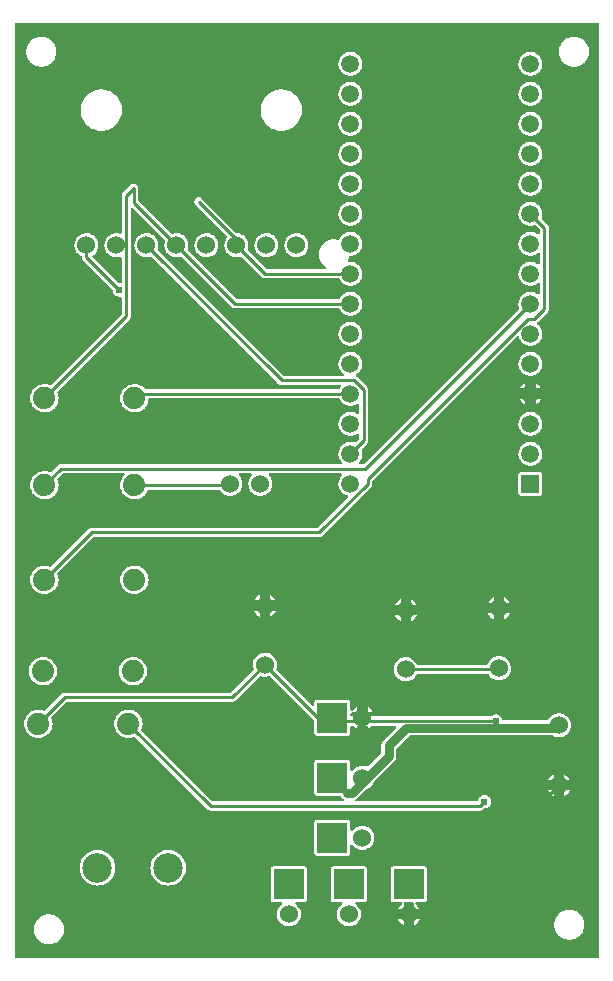
<source format=gbl>
G04 Layer: BottomLayer*
G04 EasyEDA v6.5.5, 2022-07-12 11:33:07*
G04 f1e15a90033e4b75946299fcb03ef411,10*
G04 Gerber Generator version 0.2*
G04 Scale: 100 percent, Rotated: No, Reflected: No *
G04 Dimensions in millimeters *
G04 leading zeros omitted , absolute positions ,4 integer and 5 decimal *
%FSLAX45Y45*%
%MOMM*%

%ADD10C,0.2540*%
%ADD11C,0.7600*%
%ADD13C,0.6096*%
%ADD16C,2.5000*%
%ADD17C,1.5240*%
%ADD18R,1.5080X1.5080*%
%ADD19C,1.5080*%
%ADD20C,1.8796*%

%LPD*%
G36*
X736092Y1461008D02*
G01*
X732180Y1461770D01*
X728929Y1464005D01*
X726694Y1467256D01*
X725932Y1471168D01*
X725932Y9363964D01*
X726694Y9367875D01*
X728929Y9371126D01*
X732180Y9373362D01*
X736092Y9374124D01*
X5663946Y9374124D01*
X5667857Y9373362D01*
X5671108Y9371126D01*
X5673344Y9367875D01*
X5674106Y9363964D01*
X5674106Y1471168D01*
X5673344Y1467256D01*
X5671108Y1464005D01*
X5667857Y1461770D01*
X5663946Y1461008D01*
G37*

%LPC*%
G36*
X1016000Y1574292D02*
G01*
X1031392Y1575257D01*
X1046530Y1578000D01*
X1061212Y1582572D01*
X1075232Y1588922D01*
X1088440Y1596898D01*
X1100531Y1606397D01*
X1111402Y1617268D01*
X1120902Y1629359D01*
X1128877Y1642567D01*
X1135227Y1656588D01*
X1139799Y1671269D01*
X1142542Y1686407D01*
X1143508Y1701800D01*
X1142542Y1717192D01*
X1139799Y1732330D01*
X1135227Y1747012D01*
X1128877Y1761032D01*
X1120902Y1774240D01*
X1111402Y1786331D01*
X1100531Y1797202D01*
X1088440Y1806702D01*
X1075232Y1814677D01*
X1061212Y1821027D01*
X1046530Y1825599D01*
X1031392Y1828342D01*
X1016000Y1829307D01*
X1000607Y1828342D01*
X985469Y1825599D01*
X970787Y1821027D01*
X956767Y1814677D01*
X943559Y1806702D01*
X931468Y1797202D01*
X920597Y1786331D01*
X911098Y1774240D01*
X903122Y1761032D01*
X896772Y1747012D01*
X892200Y1732330D01*
X889457Y1717192D01*
X888492Y1701800D01*
X889457Y1686407D01*
X892200Y1671269D01*
X896772Y1656588D01*
X903122Y1642567D01*
X911098Y1629359D01*
X920597Y1617268D01*
X931468Y1606397D01*
X943559Y1596898D01*
X956767Y1588922D01*
X970787Y1582572D01*
X985469Y1578000D01*
X1000607Y1575257D01*
G37*
G36*
X5422900Y1612392D02*
G01*
X5438292Y1613357D01*
X5453430Y1616100D01*
X5468112Y1620672D01*
X5482132Y1627022D01*
X5495340Y1634998D01*
X5507431Y1644497D01*
X5518302Y1655368D01*
X5527802Y1667459D01*
X5535777Y1680667D01*
X5542127Y1694688D01*
X5546699Y1709369D01*
X5549442Y1724507D01*
X5550408Y1739900D01*
X5549442Y1755292D01*
X5546699Y1770430D01*
X5542127Y1785112D01*
X5535777Y1799132D01*
X5527802Y1812340D01*
X5518302Y1824431D01*
X5507431Y1835302D01*
X5495340Y1844802D01*
X5482132Y1852777D01*
X5468112Y1859127D01*
X5453430Y1863699D01*
X5438292Y1866442D01*
X5422900Y1867407D01*
X5407507Y1866442D01*
X5392369Y1863699D01*
X5377688Y1859127D01*
X5363667Y1852777D01*
X5350459Y1844802D01*
X5338368Y1835302D01*
X5327497Y1824431D01*
X5317998Y1812340D01*
X5310022Y1799132D01*
X5303672Y1785112D01*
X5299100Y1770430D01*
X5296357Y1755292D01*
X5295392Y1739900D01*
X5296357Y1724507D01*
X5299100Y1709369D01*
X5303672Y1694688D01*
X5310022Y1680667D01*
X5317998Y1667459D01*
X5327497Y1655368D01*
X5338368Y1644497D01*
X5350459Y1634998D01*
X5363667Y1627022D01*
X5377688Y1620672D01*
X5392369Y1616100D01*
X5407507Y1613357D01*
G37*
G36*
X3044596Y1726793D02*
G01*
X3058210Y1727250D01*
X3071672Y1729486D01*
X3084677Y1733550D01*
X3097072Y1739290D01*
X3108553Y1746605D01*
X3118967Y1755393D01*
X3128111Y1765554D01*
X3135833Y1776780D01*
X3141980Y1788922D01*
X3146450Y1801825D01*
X3149193Y1815185D01*
X3150108Y1828800D01*
X3149193Y1842414D01*
X3146450Y1855774D01*
X3141980Y1868678D01*
X3135833Y1880819D01*
X3128111Y1892046D01*
X3118967Y1902206D01*
X3108248Y1911146D01*
X3105200Y1914194D01*
X3103676Y1918258D01*
X3103981Y1922576D01*
X3106064Y1926386D01*
X3109518Y1928977D01*
X3113735Y1929892D01*
X3174441Y1929892D01*
X3180740Y1930603D01*
X3186226Y1932533D01*
X3191103Y1935581D01*
X3195218Y1939696D01*
X3198266Y1944573D01*
X3200196Y1950059D01*
X3200908Y1956358D01*
X3200908Y2209241D01*
X3200196Y2215540D01*
X3198266Y2221026D01*
X3195218Y2225903D01*
X3191103Y2230018D01*
X3186226Y2233066D01*
X3180740Y2234996D01*
X3174441Y2235708D01*
X2921558Y2235708D01*
X2915259Y2234996D01*
X2909773Y2233066D01*
X2904896Y2230018D01*
X2900781Y2225903D01*
X2897733Y2221026D01*
X2895803Y2215540D01*
X2895092Y2209241D01*
X2895092Y1956358D01*
X2895803Y1950059D01*
X2897733Y1944573D01*
X2900781Y1939696D01*
X2904896Y1935581D01*
X2909773Y1932533D01*
X2915259Y1930603D01*
X2921558Y1929892D01*
X2982569Y1929892D01*
X2986684Y1929028D01*
X2990088Y1926539D01*
X2992221Y1922881D01*
X2992678Y1918716D01*
X2991408Y1914702D01*
X2988614Y1911553D01*
X2982112Y1906778D01*
X2972308Y1897278D01*
X2963824Y1886559D01*
X2956864Y1874824D01*
X2951581Y1862277D01*
X2947974Y1849120D01*
X2946146Y1835607D01*
X2946146Y1821992D01*
X2947974Y1808480D01*
X2951581Y1795322D01*
X2956864Y1782775D01*
X2963824Y1771040D01*
X2972308Y1760321D01*
X2982112Y1750822D01*
X2993085Y1742744D01*
X3005023Y1736191D01*
X3017774Y1731314D01*
X3031032Y1728114D01*
G37*
G36*
X3552596Y1726793D02*
G01*
X3566210Y1727250D01*
X3579672Y1729486D01*
X3592677Y1733550D01*
X3605072Y1739290D01*
X3616553Y1746605D01*
X3626967Y1755393D01*
X3636111Y1765554D01*
X3643833Y1776780D01*
X3649979Y1788922D01*
X3654450Y1801825D01*
X3657193Y1815185D01*
X3658108Y1828800D01*
X3657193Y1842414D01*
X3654450Y1855774D01*
X3649979Y1868678D01*
X3643833Y1880819D01*
X3636111Y1892046D01*
X3626967Y1902206D01*
X3616248Y1911146D01*
X3613200Y1914194D01*
X3611676Y1918258D01*
X3611981Y1922576D01*
X3614064Y1926386D01*
X3617518Y1928977D01*
X3621735Y1929892D01*
X3682441Y1929892D01*
X3688740Y1930603D01*
X3694226Y1932533D01*
X3699103Y1935581D01*
X3703218Y1939696D01*
X3706266Y1944573D01*
X3708196Y1950059D01*
X3708908Y1956358D01*
X3708908Y2209241D01*
X3708196Y2215540D01*
X3706266Y2221026D01*
X3703218Y2225903D01*
X3699103Y2230018D01*
X3694226Y2233066D01*
X3688740Y2234996D01*
X3682441Y2235708D01*
X3429558Y2235708D01*
X3423259Y2234996D01*
X3417773Y2233066D01*
X3412896Y2230018D01*
X3408781Y2225903D01*
X3405733Y2221026D01*
X3403803Y2215540D01*
X3403092Y2209241D01*
X3403092Y1956358D01*
X3403803Y1950059D01*
X3405733Y1944573D01*
X3408781Y1939696D01*
X3412896Y1935581D01*
X3417773Y1932533D01*
X3423259Y1930603D01*
X3429558Y1929892D01*
X3490569Y1929892D01*
X3494684Y1929028D01*
X3498087Y1926539D01*
X3500221Y1922881D01*
X3500678Y1918716D01*
X3499408Y1914702D01*
X3496614Y1911553D01*
X3490112Y1906778D01*
X3480308Y1897278D01*
X3471824Y1886559D01*
X3464864Y1874824D01*
X3459581Y1862277D01*
X3455974Y1849120D01*
X3454146Y1835607D01*
X3454146Y1821992D01*
X3455974Y1808480D01*
X3459581Y1795322D01*
X3464864Y1782775D01*
X3471824Y1771040D01*
X3480308Y1760321D01*
X3490112Y1750822D01*
X3501085Y1742744D01*
X3513023Y1736191D01*
X3525774Y1731314D01*
X3539032Y1728114D01*
G37*
G36*
X4019550Y1737004D02*
G01*
X4019550Y1784350D01*
X3972204Y1784350D01*
X3972864Y1782775D01*
X3979824Y1771040D01*
X3988308Y1760321D01*
X3998112Y1750822D01*
X4009085Y1742744D01*
G37*
G36*
X4108450Y1737156D02*
G01*
X4113072Y1739290D01*
X4124553Y1746605D01*
X4134967Y1755393D01*
X4144111Y1765554D01*
X4151833Y1776780D01*
X4155643Y1784350D01*
X4108450Y1784350D01*
G37*
G36*
X3972204Y1873250D02*
G01*
X4019550Y1873250D01*
X4019550Y1919732D01*
X4020312Y1923643D01*
X4022547Y1926894D01*
X4025798Y1929130D01*
X4029710Y1929892D01*
X4098290Y1929892D01*
X4102201Y1929130D01*
X4105452Y1926894D01*
X4107687Y1923643D01*
X4108450Y1919732D01*
X4108450Y1873250D01*
X4155643Y1873250D01*
X4151833Y1880819D01*
X4144111Y1892046D01*
X4134967Y1902206D01*
X4124248Y1911146D01*
X4121200Y1914194D01*
X4119676Y1918258D01*
X4119981Y1922576D01*
X4122064Y1926386D01*
X4125518Y1928977D01*
X4129735Y1929892D01*
X4190441Y1929892D01*
X4196740Y1930603D01*
X4202226Y1932533D01*
X4207103Y1935581D01*
X4211218Y1939696D01*
X4214266Y1944573D01*
X4216196Y1950059D01*
X4216908Y1956358D01*
X4216908Y2209241D01*
X4216196Y2215540D01*
X4214266Y2221026D01*
X4211218Y2225903D01*
X4207103Y2230018D01*
X4202226Y2233066D01*
X4196740Y2234996D01*
X4190441Y2235708D01*
X3937558Y2235708D01*
X3931259Y2234996D01*
X3925773Y2233066D01*
X3920896Y2230018D01*
X3916781Y2225903D01*
X3913733Y2221026D01*
X3911803Y2215540D01*
X3911092Y2209241D01*
X3911092Y1956358D01*
X3911803Y1950059D01*
X3913733Y1944573D01*
X3916781Y1939696D01*
X3920896Y1935581D01*
X3925773Y1932533D01*
X3931259Y1930603D01*
X3937558Y1929892D01*
X3998569Y1929892D01*
X4002684Y1929028D01*
X4006087Y1926539D01*
X4008221Y1922881D01*
X4008678Y1918716D01*
X4007408Y1914702D01*
X4004614Y1911553D01*
X3998112Y1906778D01*
X3988308Y1897278D01*
X3979824Y1886559D01*
X3972864Y1874824D01*
G37*
G36*
X1427226Y2071624D02*
G01*
X1444091Y2072538D01*
X1460754Y2075383D01*
X1477060Y2080056D01*
X1492656Y2086559D01*
X1507490Y2094738D01*
X1521256Y2104542D01*
X1533906Y2115820D01*
X1545183Y2128418D01*
X1554988Y2142236D01*
X1563166Y2157018D01*
X1569618Y2172665D01*
X1574292Y2188921D01*
X1577136Y2205583D01*
X1578102Y2222500D01*
X1577136Y2239416D01*
X1574292Y2256078D01*
X1569618Y2272334D01*
X1563166Y2287981D01*
X1554988Y2302764D01*
X1545183Y2316581D01*
X1533906Y2329180D01*
X1521256Y2340457D01*
X1507490Y2350262D01*
X1492656Y2358440D01*
X1477060Y2364943D01*
X1460754Y2369616D01*
X1444091Y2372461D01*
X1427226Y2373376D01*
X1410309Y2372461D01*
X1393647Y2369616D01*
X1377340Y2364943D01*
X1361744Y2358440D01*
X1346911Y2350262D01*
X1333144Y2340457D01*
X1320495Y2329180D01*
X1309217Y2316581D01*
X1299413Y2302764D01*
X1291234Y2287981D01*
X1284782Y2272334D01*
X1280109Y2256078D01*
X1277264Y2239416D01*
X1276299Y2222500D01*
X1277264Y2205583D01*
X1280109Y2188921D01*
X1284782Y2172665D01*
X1291234Y2157018D01*
X1299413Y2142236D01*
X1309217Y2128418D01*
X1320495Y2115820D01*
X1333144Y2104542D01*
X1346911Y2094738D01*
X1361744Y2086559D01*
X1377340Y2080056D01*
X1393647Y2075383D01*
X1410309Y2072538D01*
G37*
G36*
X2027174Y2071624D02*
G01*
X2044090Y2072538D01*
X2060752Y2075383D01*
X2077059Y2080056D01*
X2092655Y2086559D01*
X2107488Y2094738D01*
X2121255Y2104542D01*
X2133904Y2115820D01*
X2145182Y2128418D01*
X2154986Y2142236D01*
X2163165Y2157018D01*
X2169617Y2172665D01*
X2174290Y2188921D01*
X2177135Y2205583D01*
X2178100Y2222500D01*
X2177135Y2239416D01*
X2174290Y2256078D01*
X2169617Y2272334D01*
X2163165Y2287981D01*
X2154986Y2302764D01*
X2145182Y2316581D01*
X2133904Y2329180D01*
X2121255Y2340457D01*
X2107488Y2350262D01*
X2092655Y2358440D01*
X2077059Y2364943D01*
X2060752Y2369616D01*
X2044090Y2372461D01*
X2027174Y2373376D01*
X2010308Y2372461D01*
X1993646Y2369616D01*
X1977339Y2364943D01*
X1961743Y2358440D01*
X1946910Y2350262D01*
X1933143Y2340457D01*
X1920493Y2329180D01*
X1909216Y2316581D01*
X1899412Y2302764D01*
X1891233Y2287981D01*
X1884781Y2272334D01*
X1880107Y2256078D01*
X1877263Y2239416D01*
X1876298Y2222500D01*
X1877263Y2205583D01*
X1880107Y2188921D01*
X1884781Y2172665D01*
X1891233Y2157018D01*
X1899412Y2142236D01*
X1909216Y2128418D01*
X1920493Y2115820D01*
X1933143Y2104542D01*
X1946910Y2094738D01*
X1961743Y2086559D01*
X1977339Y2080056D01*
X1993646Y2075383D01*
X2010308Y2072538D01*
G37*
G36*
X3289858Y2323592D02*
G01*
X3542741Y2323592D01*
X3549040Y2324303D01*
X3554526Y2326233D01*
X3559403Y2329281D01*
X3563518Y2333396D01*
X3566566Y2338273D01*
X3568496Y2343759D01*
X3569208Y2350058D01*
X3569208Y2411069D01*
X3570071Y2415184D01*
X3572560Y2418588D01*
X3576218Y2420721D01*
X3580384Y2421178D01*
X3584397Y2419908D01*
X3587546Y2417114D01*
X3592322Y2410612D01*
X3601821Y2400808D01*
X3612540Y2392324D01*
X3624275Y2385364D01*
X3636822Y2380081D01*
X3649979Y2376474D01*
X3663492Y2374646D01*
X3677107Y2374646D01*
X3690620Y2376474D01*
X3703777Y2380081D01*
X3716324Y2385364D01*
X3728059Y2392324D01*
X3738778Y2400808D01*
X3748278Y2410612D01*
X3756355Y2421585D01*
X3762908Y2433523D01*
X3767785Y2446274D01*
X3770985Y2459532D01*
X3772306Y2473096D01*
X3771849Y2486710D01*
X3769614Y2500172D01*
X3765550Y2513177D01*
X3759809Y2525572D01*
X3752494Y2537053D01*
X3743706Y2547467D01*
X3733546Y2556611D01*
X3722319Y2564333D01*
X3710178Y2570480D01*
X3697274Y2574950D01*
X3683914Y2577693D01*
X3670300Y2578608D01*
X3656685Y2577693D01*
X3643325Y2574950D01*
X3630422Y2570480D01*
X3618280Y2564333D01*
X3607054Y2556611D01*
X3596894Y2547467D01*
X3587953Y2536748D01*
X3584905Y2533700D01*
X3580841Y2532176D01*
X3576523Y2532481D01*
X3572713Y2534564D01*
X3570122Y2538018D01*
X3569208Y2542235D01*
X3569208Y2602941D01*
X3568496Y2609240D01*
X3566566Y2614726D01*
X3563518Y2619603D01*
X3559403Y2623718D01*
X3554526Y2626766D01*
X3549040Y2628696D01*
X3542741Y2629408D01*
X3289858Y2629408D01*
X3283559Y2628696D01*
X3278073Y2626766D01*
X3273196Y2623718D01*
X3269081Y2619603D01*
X3266033Y2614726D01*
X3264103Y2609240D01*
X3263392Y2602941D01*
X3263392Y2350058D01*
X3264103Y2343759D01*
X3266033Y2338273D01*
X3269081Y2333396D01*
X3273196Y2329281D01*
X3278073Y2326233D01*
X3283559Y2324303D01*
G37*
G36*
X2386736Y2705963D02*
G01*
X4666589Y2705963D01*
X4674616Y2706776D01*
X4681880Y2708960D01*
X4688535Y2712516D01*
X4694732Y2717647D01*
X4699660Y2722524D01*
X4702556Y2724556D01*
X4705959Y2725470D01*
X4713986Y2726182D01*
X4723434Y2728722D01*
X4732375Y2732836D01*
X4740402Y2738475D01*
X4747361Y2745435D01*
X4753000Y2753461D01*
X4757115Y2762402D01*
X4759655Y2771851D01*
X4760518Y2781655D01*
X4759655Y2791460D01*
X4757115Y2800908D01*
X4753000Y2809849D01*
X4747361Y2817876D01*
X4740402Y2824835D01*
X4732375Y2830474D01*
X4723434Y2834589D01*
X4713986Y2837129D01*
X4704181Y2837992D01*
X4694377Y2837129D01*
X4684928Y2834589D01*
X4675987Y2830474D01*
X4667961Y2824835D01*
X4661001Y2817876D01*
X4655362Y2809849D01*
X4651248Y2800908D01*
X4648504Y2790698D01*
X4646472Y2786786D01*
X4642967Y2784144D01*
X4638700Y2783179D01*
X3619804Y2783179D01*
X3615588Y2784094D01*
X3612134Y2786735D01*
X3610051Y2790545D01*
X3609797Y2794863D01*
X3611321Y2798927D01*
X3614420Y2801975D01*
X3622090Y2806954D01*
X3628390Y2812542D01*
X3702659Y2886760D01*
X3705860Y2888945D01*
X3716324Y2893364D01*
X3728059Y2900324D01*
X3738778Y2908808D01*
X3748278Y2918612D01*
X3756355Y2929585D01*
X3762908Y2941523D01*
X3765550Y2948432D01*
X3767886Y2951988D01*
X3939641Y3123793D01*
X3945229Y3130092D01*
X3946550Y3131870D01*
X3950970Y3138932D01*
X3951986Y3140913D01*
X3955186Y3148634D01*
X3955846Y3150768D01*
X3958082Y3161080D01*
X3958590Y3169513D01*
X3958590Y3228543D01*
X3959351Y3232404D01*
X3961587Y3235706D01*
X4065320Y3339439D01*
X4068572Y3341624D01*
X4072483Y3342436D01*
X5277510Y3342436D01*
X5280202Y3342030D01*
X5282692Y3341014D01*
X5287975Y3337864D01*
X5300522Y3332581D01*
X5313680Y3328974D01*
X5327192Y3327146D01*
X5340807Y3327146D01*
X5354320Y3328974D01*
X5367477Y3332581D01*
X5380024Y3337864D01*
X5391759Y3344824D01*
X5402478Y3353308D01*
X5411978Y3363112D01*
X5420055Y3374085D01*
X5426608Y3386023D01*
X5431485Y3398774D01*
X5434685Y3412032D01*
X5436006Y3425596D01*
X5435549Y3439210D01*
X5433314Y3452672D01*
X5429250Y3465677D01*
X5423509Y3478072D01*
X5416194Y3489553D01*
X5407406Y3499967D01*
X5397246Y3509111D01*
X5386019Y3516833D01*
X5373878Y3522979D01*
X5360974Y3527450D01*
X5347614Y3530193D01*
X5334000Y3531108D01*
X5320385Y3530193D01*
X5307025Y3527450D01*
X5294122Y3522979D01*
X5281980Y3516833D01*
X5270754Y3509111D01*
X5260594Y3499967D01*
X5251805Y3489553D01*
X5244490Y3478072D01*
X5243576Y3476091D01*
X5241340Y3472992D01*
X5238089Y3470960D01*
X5234381Y3470249D01*
X4865776Y3470249D01*
X4861458Y3471164D01*
X4858004Y3473856D01*
X4855972Y3477768D01*
X4854244Y3484118D01*
X4850079Y3493058D01*
X4844440Y3501085D01*
X4837531Y3508044D01*
X4829454Y3513683D01*
X4820564Y3517798D01*
X4811064Y3520338D01*
X4801311Y3521201D01*
X4791506Y3520338D01*
X4782007Y3517798D01*
X4773117Y3513683D01*
X4765090Y3508044D01*
X4763465Y3506470D01*
X4760214Y3504234D01*
X4756302Y3503472D01*
X3579368Y3503472D01*
X3575456Y3504234D01*
X3572205Y3506470D01*
X3569970Y3509772D01*
X3569208Y3513632D01*
X3569208Y3526790D01*
X3569970Y3530701D01*
X3572205Y3533952D01*
X3575456Y3536187D01*
X3579368Y3536950D01*
X3625850Y3536950D01*
X3625850Y3584143D01*
X3618280Y3580333D01*
X3607054Y3572611D01*
X3596894Y3563467D01*
X3587953Y3552748D01*
X3584905Y3549700D01*
X3580841Y3548176D01*
X3576523Y3548481D01*
X3572713Y3550564D01*
X3570122Y3554018D01*
X3569208Y3558235D01*
X3569208Y3618941D01*
X3568496Y3625240D01*
X3566566Y3630726D01*
X3563518Y3635603D01*
X3559403Y3639718D01*
X3554526Y3642766D01*
X3549040Y3644696D01*
X3542741Y3645408D01*
X3289858Y3645408D01*
X3283559Y3644696D01*
X3278073Y3642766D01*
X3273196Y3639718D01*
X3269081Y3635603D01*
X3266033Y3630726D01*
X3264103Y3625240D01*
X3263392Y3618941D01*
X3263392Y3601516D01*
X3262629Y3597656D01*
X3260394Y3594354D01*
X3257143Y3592118D01*
X3253232Y3591356D01*
X3249320Y3592118D01*
X3246069Y3594354D01*
X2943402Y3896969D01*
X2941269Y3900119D01*
X2940456Y3903776D01*
X2941015Y3907485D01*
X2943250Y3914038D01*
X2945993Y3927398D01*
X2946908Y3940962D01*
X2945993Y3954576D01*
X2943250Y3967937D01*
X2938780Y3980840D01*
X2932633Y3993032D01*
X2924911Y4004259D01*
X2915767Y4014368D01*
X2905353Y4023156D01*
X2893872Y4030522D01*
X2881477Y4036263D01*
X2868472Y4040276D01*
X2855010Y4042562D01*
X2841396Y4043019D01*
X2827832Y4041648D01*
X2814574Y4038498D01*
X2801823Y4033570D01*
X2789885Y4027017D01*
X2778912Y4018940D01*
X2769108Y4009440D01*
X2760624Y3998772D01*
X2753664Y3987037D01*
X2748381Y3974490D01*
X2744774Y3961333D01*
X2742946Y3947820D01*
X2742946Y3934155D01*
X2744774Y3920642D01*
X2748635Y3906672D01*
X2748940Y3903116D01*
X2748026Y3899712D01*
X2745994Y3896817D01*
X2556967Y3707790D01*
X2553665Y3705555D01*
X2549804Y3704793D01*
X1152093Y3704793D01*
X1144066Y3703980D01*
X1136853Y3701796D01*
X1130147Y3698240D01*
X1123950Y3693160D01*
X984859Y3554069D01*
X981557Y3551834D01*
X977646Y3551072D01*
X973734Y3551885D01*
X966927Y3554729D01*
X952753Y3558794D01*
X938174Y3561079D01*
X923391Y3561486D01*
X908710Y3560165D01*
X894283Y3557015D01*
X880364Y3552088D01*
X867156Y3545484D01*
X854862Y3537356D01*
X843635Y3527755D01*
X833729Y3516833D01*
X825195Y3504793D01*
X818184Y3491788D01*
X812850Y3478022D01*
X809294Y3463747D01*
X807466Y3449065D01*
X807466Y3434334D01*
X809294Y3419652D01*
X812850Y3405378D01*
X818184Y3391611D01*
X825195Y3378606D01*
X833729Y3366566D01*
X843635Y3355644D01*
X854862Y3346043D01*
X867156Y3337915D01*
X880364Y3331311D01*
X894283Y3326384D01*
X908710Y3323234D01*
X923391Y3321862D01*
X938174Y3322320D01*
X952753Y3324606D01*
X966927Y3328670D01*
X980541Y3334410D01*
X993292Y3341776D01*
X1005078Y3350666D01*
X1015695Y3360928D01*
X1024940Y3372459D01*
X1032713Y3385007D01*
X1038860Y3398418D01*
X1043330Y3412439D01*
X1046073Y3426968D01*
X1046987Y3441700D01*
X1046073Y3456432D01*
X1043330Y3470960D01*
X1038860Y3484981D01*
X1037437Y3488080D01*
X1036523Y3492042D01*
X1037234Y3496106D01*
X1039520Y3499510D01*
X1164590Y3624579D01*
X1167892Y3626815D01*
X1171803Y3627577D01*
X2569514Y3627577D01*
X2577541Y3628390D01*
X2584754Y3630574D01*
X2591409Y3634130D01*
X2597658Y3639261D01*
X2800756Y3842308D01*
X2803956Y3844493D01*
X2807766Y3845306D01*
X2811576Y3844645D01*
X2814574Y3843477D01*
X2827832Y3840327D01*
X2841396Y3838956D01*
X2855010Y3839413D01*
X2868472Y3841699D01*
X2878683Y3844848D01*
X2882290Y3845306D01*
X2885846Y3844391D01*
X2888843Y3842308D01*
X3260394Y3470757D01*
X3262629Y3467455D01*
X3263392Y3463594D01*
X3263392Y3366058D01*
X3264103Y3359759D01*
X3266033Y3354273D01*
X3269081Y3349396D01*
X3273196Y3345281D01*
X3278073Y3342233D01*
X3283559Y3340303D01*
X3289858Y3339592D01*
X3542741Y3339592D01*
X3549040Y3340303D01*
X3554526Y3342233D01*
X3559403Y3345281D01*
X3563518Y3349396D01*
X3566566Y3354273D01*
X3568496Y3359759D01*
X3569208Y3366058D01*
X3569208Y3416096D01*
X3569970Y3420008D01*
X3572205Y3423259D01*
X3575456Y3425494D01*
X3579368Y3426256D01*
X3588359Y3426256D01*
X3592322Y3425444D01*
X3595674Y3423158D01*
X3601821Y3416808D01*
X3612540Y3408324D01*
X3624275Y3401364D01*
X3625850Y3400704D01*
X3625850Y3416096D01*
X3626612Y3420008D01*
X3628847Y3423259D01*
X3632098Y3425494D01*
X3636010Y3426256D01*
X3704590Y3426256D01*
X3708501Y3425494D01*
X3711752Y3423259D01*
X3713987Y3420008D01*
X3714750Y3416096D01*
X3714750Y3400704D01*
X3716324Y3401364D01*
X3728059Y3408324D01*
X3738778Y3416808D01*
X3744925Y3423158D01*
X3748278Y3425444D01*
X3752240Y3426256D01*
X3946855Y3426256D01*
X3950715Y3425494D01*
X3954018Y3423259D01*
X3956202Y3420008D01*
X3957015Y3416096D01*
X3956202Y3412236D01*
X3954018Y3408934D01*
X3849725Y3304590D01*
X3844137Y3298291D01*
X3842816Y3296513D01*
X3838397Y3289452D01*
X3837381Y3287471D01*
X3834180Y3279749D01*
X3831640Y3269538D01*
X3831285Y3267303D01*
X3830777Y3258870D01*
X3830777Y3199841D01*
X3830015Y3195980D01*
X3827779Y3192678D01*
X3717239Y3082086D01*
X3714089Y3079953D01*
X3710432Y3079140D01*
X3706723Y3079699D01*
X3697274Y3082950D01*
X3683914Y3085693D01*
X3670300Y3086608D01*
X3656685Y3085693D01*
X3643325Y3082950D01*
X3630422Y3078480D01*
X3618280Y3072333D01*
X3607054Y3064611D01*
X3596894Y3055467D01*
X3587953Y3044748D01*
X3584905Y3041700D01*
X3580841Y3040176D01*
X3576523Y3040481D01*
X3572713Y3042564D01*
X3570122Y3046018D01*
X3569208Y3050235D01*
X3569208Y3110941D01*
X3568496Y3117240D01*
X3566566Y3122726D01*
X3563518Y3127603D01*
X3559403Y3131718D01*
X3554526Y3134766D01*
X3549040Y3136696D01*
X3542741Y3137408D01*
X3289858Y3137408D01*
X3283559Y3136696D01*
X3278073Y3134766D01*
X3273196Y3131718D01*
X3269081Y3127603D01*
X3266033Y3122726D01*
X3264103Y3117240D01*
X3263392Y3110941D01*
X3263392Y2858058D01*
X3264103Y2851759D01*
X3266033Y2846273D01*
X3269081Y2841396D01*
X3273196Y2837281D01*
X3278073Y2834233D01*
X3283559Y2832303D01*
X3289858Y2831592D01*
X3478885Y2831592D01*
X3482441Y2830931D01*
X3485540Y2829102D01*
X3487826Y2826258D01*
X3489807Y2822549D01*
X3496310Y2814218D01*
X3504082Y2807106D01*
X3512108Y2801823D01*
X3515106Y2798775D01*
X3516629Y2794762D01*
X3516274Y2790444D01*
X3514191Y2786684D01*
X3510737Y2784094D01*
X3506571Y2783179D01*
X2406446Y2783179D01*
X2402535Y2783941D01*
X2399233Y2786176D01*
X1801520Y3383889D01*
X1799234Y3387293D01*
X1798523Y3391357D01*
X1799437Y3395319D01*
X1800860Y3398418D01*
X1805330Y3412439D01*
X1808073Y3426968D01*
X1808988Y3441700D01*
X1808073Y3456432D01*
X1805330Y3470960D01*
X1800860Y3484981D01*
X1794713Y3498392D01*
X1786940Y3510940D01*
X1777695Y3522472D01*
X1767078Y3532733D01*
X1755292Y3541623D01*
X1742541Y3548989D01*
X1728927Y3554729D01*
X1714754Y3558794D01*
X1700174Y3561079D01*
X1685391Y3561486D01*
X1670710Y3560165D01*
X1656283Y3557015D01*
X1642364Y3552088D01*
X1629156Y3545484D01*
X1616862Y3537356D01*
X1605635Y3527755D01*
X1595729Y3516833D01*
X1587195Y3504793D01*
X1580184Y3491788D01*
X1574850Y3478022D01*
X1571294Y3463747D01*
X1569466Y3449065D01*
X1569466Y3434334D01*
X1571294Y3419652D01*
X1574850Y3405378D01*
X1580184Y3391611D01*
X1587195Y3378606D01*
X1595729Y3366566D01*
X1605635Y3355644D01*
X1616862Y3346043D01*
X1629156Y3337915D01*
X1642364Y3331311D01*
X1656283Y3326384D01*
X1670710Y3323234D01*
X1685391Y3321862D01*
X1700174Y3322320D01*
X1714754Y3324606D01*
X1728927Y3328670D01*
X1735734Y3331514D01*
X1739646Y3332327D01*
X1743557Y3331565D01*
X1746859Y3329330D01*
X2358593Y2717647D01*
X2364790Y2712516D01*
X2371496Y2708960D01*
X2378710Y2706776D01*
G37*
G36*
X5378450Y2829204D02*
G01*
X5380024Y2829864D01*
X5391759Y2836824D01*
X5402478Y2845308D01*
X5411978Y2855112D01*
X5420055Y2866085D01*
X5425795Y2876550D01*
X5378450Y2876550D01*
G37*
G36*
X5289550Y2829204D02*
G01*
X5289550Y2876550D01*
X5242204Y2876550D01*
X5247944Y2866085D01*
X5256022Y2855112D01*
X5265521Y2845308D01*
X5276240Y2836824D01*
X5287975Y2829864D01*
G37*
G36*
X5242356Y2965450D02*
G01*
X5289550Y2965450D01*
X5289550Y3012643D01*
X5281980Y3008833D01*
X5270754Y3001111D01*
X5260594Y2991967D01*
X5251805Y2981553D01*
X5244490Y2970072D01*
G37*
G36*
X5378450Y2965450D02*
G01*
X5425643Y2965450D01*
X5423509Y2970072D01*
X5416194Y2981553D01*
X5407406Y2991967D01*
X5397246Y3001111D01*
X5386019Y3008833D01*
X5378450Y3012643D01*
G37*
G36*
X3714750Y3536950D02*
G01*
X3761943Y3536950D01*
X3759809Y3541572D01*
X3752494Y3553053D01*
X3743706Y3563467D01*
X3733546Y3572611D01*
X3722319Y3580333D01*
X3714750Y3584143D01*
G37*
G36*
X1723491Y3766362D02*
G01*
X1738274Y3766820D01*
X1752854Y3769106D01*
X1767027Y3773170D01*
X1780641Y3778910D01*
X1793392Y3786276D01*
X1805178Y3795166D01*
X1815795Y3805428D01*
X1825040Y3816959D01*
X1832813Y3829507D01*
X1838960Y3842918D01*
X1843430Y3856939D01*
X1846173Y3871468D01*
X1847088Y3886200D01*
X1846173Y3900932D01*
X1843430Y3915460D01*
X1838960Y3929481D01*
X1832813Y3942892D01*
X1825040Y3955440D01*
X1815795Y3966972D01*
X1805178Y3977233D01*
X1793392Y3986123D01*
X1780641Y3993489D01*
X1767027Y3999229D01*
X1752854Y4003294D01*
X1738274Y4005579D01*
X1723491Y4005986D01*
X1708810Y4004665D01*
X1694383Y4001515D01*
X1680464Y3996588D01*
X1667256Y3989984D01*
X1654962Y3981856D01*
X1643735Y3972255D01*
X1633829Y3961333D01*
X1625295Y3949293D01*
X1618284Y3936288D01*
X1612950Y3922522D01*
X1609394Y3908247D01*
X1607566Y3893565D01*
X1607566Y3878834D01*
X1609394Y3864152D01*
X1612950Y3849878D01*
X1618284Y3836111D01*
X1625295Y3823106D01*
X1633829Y3811066D01*
X1643735Y3800144D01*
X1654962Y3790543D01*
X1667256Y3782415D01*
X1680464Y3775811D01*
X1694383Y3770884D01*
X1708810Y3767734D01*
G37*
G36*
X961491Y3766362D02*
G01*
X976274Y3766820D01*
X990853Y3769106D01*
X1005027Y3773170D01*
X1018641Y3778910D01*
X1031392Y3786276D01*
X1043178Y3795166D01*
X1053795Y3805428D01*
X1063040Y3816959D01*
X1070813Y3829507D01*
X1076960Y3842918D01*
X1081430Y3856939D01*
X1084173Y3871468D01*
X1085088Y3886200D01*
X1084173Y3900932D01*
X1081430Y3915460D01*
X1076960Y3929481D01*
X1070813Y3942892D01*
X1063040Y3955440D01*
X1053795Y3966972D01*
X1043178Y3977233D01*
X1031392Y3986123D01*
X1018641Y3993489D01*
X1005027Y3999229D01*
X990853Y4003294D01*
X976274Y4005579D01*
X961491Y4005986D01*
X946810Y4004665D01*
X932383Y4001515D01*
X918464Y3996588D01*
X905256Y3989984D01*
X892962Y3981856D01*
X881735Y3972255D01*
X871829Y3961333D01*
X863295Y3949293D01*
X856284Y3936288D01*
X850950Y3922522D01*
X847394Y3908247D01*
X845566Y3893565D01*
X845566Y3878834D01*
X847394Y3864152D01*
X850950Y3849878D01*
X856284Y3836111D01*
X863295Y3823106D01*
X871829Y3811066D01*
X881735Y3800144D01*
X892962Y3790543D01*
X905256Y3782415D01*
X918464Y3775811D01*
X932383Y3770884D01*
X946810Y3767734D01*
G37*
G36*
X4035196Y3800856D02*
G01*
X4048810Y3801313D01*
X4062272Y3803599D01*
X4075277Y3807612D01*
X4087672Y3813352D01*
X4099153Y3820718D01*
X4109567Y3829507D01*
X4118711Y3839616D01*
X4126433Y3850843D01*
X4130395Y3858717D01*
X4132630Y3861663D01*
X4135831Y3863594D01*
X4139488Y3864305D01*
X4729784Y3864305D01*
X4733137Y3863695D01*
X4736084Y3862120D01*
X4738370Y3859580D01*
X4743805Y3851046D01*
X4752594Y3840632D01*
X4762754Y3831488D01*
X4773980Y3823766D01*
X4786122Y3817620D01*
X4799025Y3813149D01*
X4812385Y3810406D01*
X4826000Y3809492D01*
X4839614Y3810406D01*
X4852974Y3813149D01*
X4865878Y3817620D01*
X4878019Y3823766D01*
X4889246Y3831488D01*
X4899406Y3840632D01*
X4908194Y3851046D01*
X4915509Y3862527D01*
X4921250Y3874922D01*
X4925314Y3887927D01*
X4927549Y3901389D01*
X4928006Y3915003D01*
X4926685Y3928567D01*
X4923485Y3941826D01*
X4918608Y3954576D01*
X4912055Y3966514D01*
X4903978Y3977487D01*
X4894478Y3987292D01*
X4883759Y3995775D01*
X4872024Y4002735D01*
X4859477Y4008018D01*
X4846320Y4011625D01*
X4832807Y4013454D01*
X4819192Y4013454D01*
X4805680Y4011625D01*
X4792522Y4008018D01*
X4779975Y4002735D01*
X4768240Y3995775D01*
X4757521Y3987292D01*
X4748022Y3977487D01*
X4739944Y3966514D01*
X4733391Y3954576D01*
X4730851Y3948023D01*
X4728718Y3944620D01*
X4725365Y3942283D01*
X4721402Y3941521D01*
X4139437Y3941521D01*
X4135831Y3942181D01*
X4132630Y3944112D01*
X4130395Y3947058D01*
X4126433Y3954932D01*
X4118711Y3966159D01*
X4109567Y3976268D01*
X4099153Y3985056D01*
X4087672Y3992422D01*
X4075277Y3998163D01*
X4062272Y4002176D01*
X4048810Y4004462D01*
X4035196Y4004919D01*
X4021632Y4003548D01*
X4008374Y4000398D01*
X3995623Y3995470D01*
X3983685Y3988917D01*
X3972712Y3980840D01*
X3962908Y3971340D01*
X3954424Y3960672D01*
X3947464Y3948937D01*
X3942181Y3936390D01*
X3938574Y3923233D01*
X3936746Y3909720D01*
X3936746Y3896055D01*
X3938574Y3882542D01*
X3942181Y3869385D01*
X3947464Y3856837D01*
X3954424Y3845102D01*
X3962908Y3834434D01*
X3972712Y3824935D01*
X3983685Y3816858D01*
X3995623Y3810304D01*
X4008374Y3805377D01*
X4021632Y3802227D01*
G37*
G36*
X3994150Y4311091D02*
G01*
X3994150Y4358436D01*
X3946804Y4358436D01*
X3947464Y4356862D01*
X3954424Y4345127D01*
X3962908Y4334408D01*
X3972712Y4324908D01*
X3983685Y4316831D01*
G37*
G36*
X4083050Y4311243D02*
G01*
X4087672Y4313377D01*
X4099153Y4320692D01*
X4109567Y4329480D01*
X4118711Y4339640D01*
X4126433Y4350867D01*
X4130243Y4358436D01*
X4083050Y4358436D01*
G37*
G36*
X4870450Y4327956D02*
G01*
X4878019Y4331766D01*
X4889246Y4339488D01*
X4899406Y4348632D01*
X4908194Y4359046D01*
X4915509Y4370527D01*
X4917643Y4375150D01*
X4870450Y4375150D01*
G37*
G36*
X4781550Y4327956D02*
G01*
X4781550Y4375150D01*
X4734356Y4375150D01*
X4736490Y4370527D01*
X4743805Y4359046D01*
X4752594Y4348632D01*
X4762754Y4339488D01*
X4773980Y4331766D01*
G37*
G36*
X2800350Y4349191D02*
G01*
X2800350Y4396536D01*
X2753004Y4396536D01*
X2753664Y4394962D01*
X2760624Y4383227D01*
X2769108Y4372508D01*
X2778912Y4363008D01*
X2789885Y4354931D01*
G37*
G36*
X2889250Y4349343D02*
G01*
X2893872Y4351477D01*
X2905353Y4358792D01*
X2915767Y4367580D01*
X2924911Y4377740D01*
X2932633Y4388967D01*
X2936443Y4396536D01*
X2889250Y4396536D01*
G37*
G36*
X4083050Y4447336D02*
G01*
X4130243Y4447336D01*
X4126433Y4454906D01*
X4118711Y4466132D01*
X4109567Y4476292D01*
X4099153Y4485081D01*
X4087672Y4492396D01*
X4083050Y4494530D01*
G37*
G36*
X3946804Y4447336D02*
G01*
X3994150Y4447336D01*
X3994150Y4494682D01*
X3983685Y4488942D01*
X3972712Y4480864D01*
X3962908Y4471365D01*
X3954424Y4460646D01*
X3947464Y4448911D01*
G37*
G36*
X4734204Y4464050D02*
G01*
X4781550Y4464050D01*
X4781550Y4511395D01*
X4779975Y4510735D01*
X4768240Y4503775D01*
X4757521Y4495292D01*
X4748022Y4485487D01*
X4739944Y4474514D01*
G37*
G36*
X4870450Y4464050D02*
G01*
X4917795Y4464050D01*
X4912055Y4474514D01*
X4903978Y4485487D01*
X4894478Y4495292D01*
X4883759Y4503775D01*
X4872024Y4510735D01*
X4870450Y4511395D01*
G37*
G36*
X2889250Y4485436D02*
G01*
X2936443Y4485436D01*
X2932633Y4493006D01*
X2924911Y4504232D01*
X2915767Y4514392D01*
X2905353Y4523181D01*
X2893872Y4530496D01*
X2889250Y4532630D01*
G37*
G36*
X2753004Y4485436D02*
G01*
X2800350Y4485436D01*
X2800350Y4532782D01*
X2789885Y4527042D01*
X2778912Y4518964D01*
X2769108Y4509465D01*
X2760624Y4498746D01*
X2753664Y4487011D01*
G37*
G36*
X1736191Y4541062D02*
G01*
X1750974Y4541520D01*
X1765554Y4543806D01*
X1779727Y4547870D01*
X1793341Y4553610D01*
X1806092Y4560976D01*
X1817878Y4569866D01*
X1828495Y4580128D01*
X1837740Y4591659D01*
X1845513Y4604207D01*
X1851660Y4617618D01*
X1856130Y4631639D01*
X1858873Y4646168D01*
X1859788Y4660900D01*
X1858873Y4675632D01*
X1856130Y4690160D01*
X1851660Y4704181D01*
X1845513Y4717592D01*
X1837740Y4730140D01*
X1828495Y4741672D01*
X1817878Y4751933D01*
X1806092Y4760823D01*
X1793341Y4768189D01*
X1779727Y4773930D01*
X1765554Y4777994D01*
X1750974Y4780280D01*
X1736191Y4780686D01*
X1721510Y4779365D01*
X1707083Y4776216D01*
X1693164Y4771288D01*
X1679956Y4764684D01*
X1667662Y4756556D01*
X1656435Y4746955D01*
X1646529Y4736033D01*
X1637995Y4723993D01*
X1630984Y4710988D01*
X1625650Y4697222D01*
X1622094Y4682947D01*
X1620266Y4668266D01*
X1620266Y4653534D01*
X1622094Y4638852D01*
X1625650Y4624578D01*
X1630984Y4610811D01*
X1637995Y4597806D01*
X1646529Y4585766D01*
X1656435Y4574844D01*
X1667662Y4565243D01*
X1679956Y4557115D01*
X1693164Y4550511D01*
X1707083Y4545584D01*
X1721510Y4542434D01*
G37*
G36*
X974191Y4541062D02*
G01*
X988974Y4541520D01*
X1003553Y4543806D01*
X1017727Y4547870D01*
X1031341Y4553610D01*
X1044092Y4560976D01*
X1055878Y4569866D01*
X1066495Y4580128D01*
X1075740Y4591659D01*
X1083513Y4604207D01*
X1089660Y4617618D01*
X1094130Y4631639D01*
X1096873Y4646168D01*
X1097788Y4660900D01*
X1096873Y4675632D01*
X1094130Y4690160D01*
X1089660Y4704181D01*
X1088237Y4707280D01*
X1087323Y4711242D01*
X1088034Y4715306D01*
X1090320Y4718710D01*
X1390954Y5019344D01*
X1394256Y5021580D01*
X1398168Y5022342D01*
X3305098Y5022342D01*
X3313125Y5023154D01*
X3320389Y5025339D01*
X3327044Y5028895D01*
X3333242Y5034026D01*
X3743451Y5444185D01*
X3748582Y5450433D01*
X3752138Y5457088D01*
X3754323Y5464302D01*
X3755136Y5472328D01*
X3755136Y5495950D01*
X3755898Y5499811D01*
X3758082Y5503113D01*
X4977790Y6722821D01*
X4981244Y6725107D01*
X4985308Y6725767D01*
X4989372Y6724802D01*
X4992674Y6722262D01*
X4994656Y6718655D01*
X4998161Y6707276D01*
X5003901Y6695033D01*
X5011166Y6683603D01*
X5019903Y6673291D01*
X5029911Y6664198D01*
X5041087Y6656578D01*
X5053177Y6650431D01*
X5065928Y6646011D01*
X5079187Y6643319D01*
X5092700Y6642404D01*
X5106212Y6643319D01*
X5119471Y6646011D01*
X5132222Y6650431D01*
X5144312Y6656578D01*
X5155488Y6664198D01*
X5165496Y6673291D01*
X5174234Y6683603D01*
X5181498Y6695033D01*
X5187238Y6707276D01*
X5191201Y6720230D01*
X5193487Y6733540D01*
X5193944Y6747103D01*
X5192572Y6760565D01*
X5189423Y6773722D01*
X5184597Y6786321D01*
X5178094Y6798208D01*
X5170068Y6809079D01*
X5160619Y6818833D01*
X5151729Y6825843D01*
X5148884Y6829348D01*
X5147868Y6833717D01*
X5148834Y6838137D01*
X5151577Y6841693D01*
X5154117Y6843775D01*
X5239156Y6928815D01*
X5244287Y6935012D01*
X5247843Y6941718D01*
X5250027Y6948931D01*
X5250840Y6956958D01*
X5250840Y7639710D01*
X5250027Y7647736D01*
X5247843Y7654950D01*
X5244287Y7661605D01*
X5239156Y7667853D01*
X5190744Y7716266D01*
X5188661Y7719314D01*
X5187746Y7722819D01*
X5188204Y7726476D01*
X5191201Y7736230D01*
X5193487Y7749540D01*
X5193944Y7763103D01*
X5192572Y7776565D01*
X5189423Y7789722D01*
X5184597Y7802321D01*
X5178094Y7814208D01*
X5170068Y7825079D01*
X5160619Y7834833D01*
X5150002Y7843215D01*
X5138369Y7850124D01*
X5125923Y7855356D01*
X5112867Y7858963D01*
X5099456Y7860741D01*
X5085943Y7860741D01*
X5072532Y7858963D01*
X5059476Y7855356D01*
X5047030Y7850124D01*
X5035397Y7843215D01*
X5024780Y7834833D01*
X5015331Y7825079D01*
X5007305Y7814208D01*
X5000802Y7802321D01*
X4995976Y7789722D01*
X4992827Y7776565D01*
X4991455Y7763103D01*
X4991912Y7749540D01*
X4994198Y7736230D01*
X4998161Y7723276D01*
X5003901Y7711033D01*
X5011166Y7699603D01*
X5019903Y7689291D01*
X5029911Y7680198D01*
X5041087Y7672578D01*
X5053177Y7666431D01*
X5065928Y7662011D01*
X5079187Y7659319D01*
X5092700Y7658404D01*
X5106212Y7659319D01*
X5119471Y7662011D01*
X5125567Y7664145D01*
X5129276Y7664703D01*
X5132984Y7663840D01*
X5136083Y7661706D01*
X5170627Y7627162D01*
X5172811Y7623860D01*
X5173624Y7620000D01*
X5173624Y7591552D01*
X5172608Y7587132D01*
X5169814Y7583627D01*
X5165750Y7581646D01*
X5161229Y7581646D01*
X5157165Y7583576D01*
X5150002Y7589215D01*
X5138369Y7596124D01*
X5125923Y7601356D01*
X5112867Y7604963D01*
X5099456Y7606741D01*
X5085943Y7606741D01*
X5072532Y7604963D01*
X5059476Y7601356D01*
X5047030Y7596124D01*
X5035397Y7589215D01*
X5024780Y7580833D01*
X5015331Y7571079D01*
X5007305Y7560208D01*
X5000802Y7548321D01*
X4995976Y7535722D01*
X4992827Y7522565D01*
X4991455Y7509103D01*
X4991912Y7495540D01*
X4994198Y7482230D01*
X4998161Y7469276D01*
X5003901Y7457033D01*
X5011166Y7445603D01*
X5019903Y7435291D01*
X5029911Y7426198D01*
X5041087Y7418578D01*
X5053177Y7412431D01*
X5065928Y7408011D01*
X5079187Y7405319D01*
X5092700Y7404404D01*
X5106212Y7405319D01*
X5119471Y7408011D01*
X5132222Y7412431D01*
X5144312Y7418578D01*
X5159959Y7429246D01*
X5163769Y7429855D01*
X5167579Y7428992D01*
X5170728Y7426807D01*
X5172862Y7423505D01*
X5173624Y7419695D01*
X5173624Y7337552D01*
X5172608Y7333132D01*
X5169814Y7329627D01*
X5165750Y7327646D01*
X5161229Y7327646D01*
X5157165Y7329576D01*
X5150002Y7335215D01*
X5138369Y7342124D01*
X5125923Y7347356D01*
X5112867Y7350963D01*
X5099456Y7352741D01*
X5085943Y7352741D01*
X5072532Y7350963D01*
X5059476Y7347356D01*
X5047030Y7342124D01*
X5035397Y7335215D01*
X5024780Y7326833D01*
X5015331Y7317079D01*
X5007305Y7306208D01*
X5000802Y7294321D01*
X4995976Y7281722D01*
X4992827Y7268565D01*
X4991455Y7255103D01*
X4991912Y7241540D01*
X4994198Y7228230D01*
X4998161Y7215276D01*
X5003901Y7203033D01*
X5011166Y7191603D01*
X5019903Y7181291D01*
X5029911Y7172198D01*
X5041087Y7164578D01*
X5053177Y7158431D01*
X5065928Y7154011D01*
X5079187Y7151319D01*
X5092700Y7150404D01*
X5106212Y7151319D01*
X5119471Y7154011D01*
X5132222Y7158431D01*
X5144312Y7164578D01*
X5159959Y7175246D01*
X5163769Y7175855D01*
X5167579Y7174992D01*
X5170728Y7172807D01*
X5172862Y7169505D01*
X5173624Y7165695D01*
X5173624Y7083552D01*
X5172608Y7079132D01*
X5169814Y7075627D01*
X5165750Y7073646D01*
X5161229Y7073646D01*
X5157165Y7075576D01*
X5150002Y7081215D01*
X5138369Y7088124D01*
X5125923Y7093356D01*
X5112867Y7096963D01*
X5099456Y7098741D01*
X5085943Y7098741D01*
X5072532Y7096963D01*
X5059476Y7093356D01*
X5047030Y7088124D01*
X5035397Y7081215D01*
X5024780Y7072833D01*
X5015331Y7063079D01*
X5007305Y7052208D01*
X5000802Y7040321D01*
X4995976Y7027722D01*
X4992827Y7014565D01*
X4991455Y7001103D01*
X4991912Y6987540D01*
X4994198Y6974230D01*
X4997196Y6964476D01*
X4997653Y6960819D01*
X4996738Y6957263D01*
X4994656Y6954266D01*
X3682644Y5642254D01*
X3679342Y5640019D01*
X3675430Y5639257D01*
X3647948Y5639257D01*
X3643985Y5640070D01*
X3640632Y5642356D01*
X3638448Y5645759D01*
X3637787Y5649772D01*
X3638753Y5653684D01*
X3641496Y5657291D01*
X3650234Y5667603D01*
X3657498Y5679033D01*
X3663238Y5691276D01*
X3667201Y5704230D01*
X3669487Y5717540D01*
X3669944Y5731103D01*
X3668572Y5744565D01*
X3665423Y5757722D01*
X3664458Y5760313D01*
X3663746Y5764123D01*
X3664559Y5767933D01*
X3666744Y5771134D01*
X3707384Y5811774D01*
X3712514Y5818022D01*
X3716070Y5824677D01*
X3718255Y5831941D01*
X3719017Y5839917D01*
X3719017Y6269837D01*
X3718255Y6277864D01*
X3716070Y6285077D01*
X3712514Y6291732D01*
X3707384Y6297980D01*
X3630117Y6375247D01*
X3623868Y6380378D01*
X3618026Y6383477D01*
X3614724Y6386372D01*
X3612896Y6390335D01*
X3612946Y6394754D01*
X3614826Y6398717D01*
X3618229Y6401511D01*
X3620312Y6402578D01*
X3631488Y6410198D01*
X3641496Y6419291D01*
X3650234Y6429603D01*
X3657498Y6441033D01*
X3663238Y6453276D01*
X3667201Y6466230D01*
X3669487Y6479540D01*
X3669944Y6493103D01*
X3668572Y6506565D01*
X3665423Y6519722D01*
X3660597Y6532321D01*
X3654094Y6544208D01*
X3646068Y6555079D01*
X3636619Y6564833D01*
X3626002Y6573215D01*
X3614369Y6580124D01*
X3601923Y6585356D01*
X3588867Y6588963D01*
X3575456Y6590741D01*
X3561943Y6590741D01*
X3548532Y6588963D01*
X3535476Y6585356D01*
X3523030Y6580124D01*
X3511397Y6573215D01*
X3500780Y6564833D01*
X3491331Y6555079D01*
X3483305Y6544208D01*
X3476802Y6532321D01*
X3471976Y6519722D01*
X3468827Y6506565D01*
X3467455Y6493103D01*
X3467912Y6479540D01*
X3470198Y6466230D01*
X3474161Y6453276D01*
X3479901Y6441033D01*
X3487165Y6429603D01*
X3495903Y6419291D01*
X3505911Y6410198D01*
X3512870Y6405422D01*
X3515817Y6402324D01*
X3517188Y6398310D01*
X3516833Y6394043D01*
X3514750Y6390335D01*
X3511296Y6387795D01*
X3507130Y6386931D01*
X3006394Y6386931D01*
X3002534Y6387693D01*
X2999232Y6389878D01*
X1940102Y7449007D01*
X1937969Y7452106D01*
X1937156Y7455763D01*
X1937715Y7459522D01*
X1939950Y7466025D01*
X1942693Y7479385D01*
X1943607Y7493000D01*
X1942693Y7506614D01*
X1939950Y7519974D01*
X1935480Y7532878D01*
X1929333Y7545019D01*
X1921611Y7556246D01*
X1912467Y7566406D01*
X1902053Y7575194D01*
X1890572Y7582509D01*
X1878177Y7588250D01*
X1865172Y7592314D01*
X1851710Y7594549D01*
X1838096Y7595006D01*
X1824532Y7593685D01*
X1811274Y7590485D01*
X1798523Y7585608D01*
X1786585Y7579055D01*
X1775612Y7570978D01*
X1765807Y7561478D01*
X1757324Y7550759D01*
X1750364Y7539024D01*
X1745081Y7526477D01*
X1741474Y7513320D01*
X1739646Y7499807D01*
X1739646Y7486192D01*
X1741474Y7472680D01*
X1745081Y7459522D01*
X1750364Y7446975D01*
X1757324Y7435240D01*
X1765807Y7424521D01*
X1775612Y7415022D01*
X1786585Y7406944D01*
X1798523Y7400391D01*
X1811274Y7395514D01*
X1824532Y7392314D01*
X1838096Y7390993D01*
X1851710Y7391450D01*
X1865172Y7393686D01*
X1875383Y7396835D01*
X1878990Y7397292D01*
X1882546Y7396429D01*
X1885543Y7394346D01*
X2958541Y6321348D01*
X2964789Y6316218D01*
X2971444Y6312662D01*
X2978658Y6310477D01*
X2986684Y6309715D01*
X3477564Y6309715D01*
X3481933Y6308699D01*
X3485438Y6306007D01*
X3487420Y6302044D01*
X3487572Y6297574D01*
X3485743Y6293510D01*
X3483305Y6290208D01*
X3477514Y6279591D01*
X3475228Y6276797D01*
X3472129Y6274968D01*
X3468624Y6274308D01*
X1836623Y6274308D01*
X1832203Y6275324D01*
X1828495Y6278372D01*
X1817878Y6288633D01*
X1806092Y6297523D01*
X1793341Y6304889D01*
X1779727Y6310630D01*
X1765554Y6314694D01*
X1750974Y6316980D01*
X1736191Y6317386D01*
X1721510Y6316065D01*
X1707083Y6312916D01*
X1693164Y6307988D01*
X1679956Y6301384D01*
X1667662Y6293256D01*
X1656435Y6283655D01*
X1646529Y6272733D01*
X1637995Y6260693D01*
X1630984Y6247688D01*
X1625650Y6233922D01*
X1622094Y6219647D01*
X1620266Y6204966D01*
X1620266Y6190234D01*
X1622094Y6175552D01*
X1625650Y6161278D01*
X1630984Y6147511D01*
X1637995Y6134506D01*
X1646529Y6122466D01*
X1656435Y6111544D01*
X1667662Y6101943D01*
X1679956Y6093815D01*
X1693164Y6087211D01*
X1707083Y6082284D01*
X1721510Y6079134D01*
X1736191Y6077762D01*
X1750974Y6078220D01*
X1765554Y6080506D01*
X1779727Y6084570D01*
X1793341Y6090310D01*
X1806092Y6097676D01*
X1817878Y6106566D01*
X1828495Y6116828D01*
X1837740Y6128359D01*
X1845513Y6140907D01*
X1851660Y6154318D01*
X1856130Y6168339D01*
X1858873Y6182868D01*
X1859127Y6187541D01*
X1860092Y6191250D01*
X1862328Y6194348D01*
X1865528Y6196380D01*
X1869287Y6197092D01*
X3468725Y6197092D01*
X3472484Y6196380D01*
X3475685Y6194298D01*
X3477920Y6191199D01*
X3479901Y6187033D01*
X3487165Y6175603D01*
X3495903Y6165291D01*
X3505911Y6156198D01*
X3517087Y6148578D01*
X3529177Y6142431D01*
X3541928Y6138011D01*
X3555187Y6135319D01*
X3568700Y6134404D01*
X3582212Y6135319D01*
X3595471Y6138011D01*
X3608222Y6142431D01*
X3620312Y6148578D01*
X3625900Y6152388D01*
X3629964Y6154013D01*
X3634333Y6153810D01*
X3638245Y6151778D01*
X3640886Y6148273D01*
X3641801Y6144006D01*
X3641801Y6073648D01*
X3640937Y6069533D01*
X3638448Y6066078D01*
X3634740Y6063996D01*
X3630523Y6063589D01*
X3626510Y6064910D01*
X3614369Y6072124D01*
X3601923Y6077356D01*
X3588867Y6080963D01*
X3575456Y6082741D01*
X3561943Y6082741D01*
X3548532Y6080963D01*
X3535476Y6077356D01*
X3523030Y6072124D01*
X3511397Y6065215D01*
X3500780Y6056833D01*
X3491331Y6047079D01*
X3483305Y6036208D01*
X3476802Y6024321D01*
X3471976Y6011722D01*
X3468827Y5998565D01*
X3467455Y5985103D01*
X3467912Y5971540D01*
X3470198Y5958230D01*
X3474161Y5945276D01*
X3479901Y5933033D01*
X3487165Y5921603D01*
X3495903Y5911291D01*
X3505911Y5902198D01*
X3517087Y5894578D01*
X3529177Y5888431D01*
X3541928Y5884011D01*
X3555187Y5881319D01*
X3568700Y5880404D01*
X3582212Y5881319D01*
X3595471Y5884011D01*
X3608222Y5888431D01*
X3620312Y5894578D01*
X3625900Y5898388D01*
X3629964Y5900013D01*
X3634333Y5899810D01*
X3638245Y5897778D01*
X3640886Y5894273D01*
X3641801Y5890006D01*
X3641801Y5859627D01*
X3641039Y5855766D01*
X3638854Y5852464D01*
X3612286Y5825845D01*
X3609340Y5823813D01*
X3605936Y5822950D01*
X3602380Y5823254D01*
X3588867Y5826963D01*
X3575456Y5828741D01*
X3561943Y5828741D01*
X3548532Y5826963D01*
X3535476Y5823356D01*
X3523030Y5818124D01*
X3511397Y5811215D01*
X3500780Y5802833D01*
X3491331Y5793079D01*
X3483305Y5782208D01*
X3476802Y5770321D01*
X3471976Y5757722D01*
X3468827Y5744565D01*
X3467455Y5731103D01*
X3467912Y5717540D01*
X3470198Y5704230D01*
X3474161Y5691276D01*
X3479901Y5679033D01*
X3487165Y5667603D01*
X3496259Y5656935D01*
X3498646Y5653684D01*
X3499612Y5649772D01*
X3498951Y5645759D01*
X3496767Y5642356D01*
X3493414Y5640070D01*
X3489451Y5639257D01*
X1118057Y5639257D01*
X1110030Y5638444D01*
X1102817Y5636260D01*
X1096111Y5632704D01*
X1089914Y5627624D01*
X1035659Y5573369D01*
X1032357Y5571134D01*
X1028446Y5570372D01*
X1024534Y5571185D01*
X1017727Y5574030D01*
X1003553Y5578094D01*
X988974Y5580380D01*
X974191Y5580786D01*
X959510Y5579465D01*
X945083Y5576316D01*
X931164Y5571388D01*
X917956Y5564784D01*
X905662Y5556656D01*
X894435Y5547055D01*
X884529Y5536133D01*
X875995Y5524093D01*
X868984Y5511088D01*
X863650Y5497322D01*
X860094Y5483047D01*
X858266Y5468366D01*
X858266Y5453634D01*
X860094Y5438952D01*
X863650Y5424678D01*
X868984Y5410911D01*
X875995Y5397906D01*
X884529Y5385866D01*
X894435Y5374944D01*
X905662Y5365343D01*
X917956Y5357215D01*
X931164Y5350611D01*
X945083Y5345684D01*
X959510Y5342534D01*
X974191Y5341162D01*
X988974Y5341620D01*
X1003553Y5343906D01*
X1017727Y5347970D01*
X1031341Y5353710D01*
X1044092Y5361076D01*
X1055878Y5369966D01*
X1066495Y5380228D01*
X1075740Y5391759D01*
X1083513Y5404307D01*
X1089660Y5417718D01*
X1094130Y5431739D01*
X1096873Y5446268D01*
X1097788Y5461000D01*
X1096873Y5475732D01*
X1094130Y5490260D01*
X1089660Y5504281D01*
X1088237Y5507380D01*
X1087323Y5511342D01*
X1088034Y5515406D01*
X1090320Y5518810D01*
X1130554Y5559044D01*
X1133856Y5561279D01*
X1137767Y5562041D01*
X1647088Y5562041D01*
X1650949Y5561279D01*
X1654200Y5559196D01*
X1656384Y5555996D01*
X1657248Y5552186D01*
X1656638Y5548376D01*
X1654606Y5545023D01*
X1646529Y5536133D01*
X1637995Y5524093D01*
X1630984Y5511088D01*
X1625650Y5497322D01*
X1622094Y5483047D01*
X1620266Y5468366D01*
X1620266Y5453634D01*
X1622094Y5438952D01*
X1625650Y5424678D01*
X1630984Y5410911D01*
X1637995Y5397906D01*
X1646529Y5385866D01*
X1656435Y5374944D01*
X1667662Y5365343D01*
X1679956Y5357215D01*
X1693164Y5350611D01*
X1707083Y5345684D01*
X1721510Y5342534D01*
X1736191Y5341162D01*
X1750974Y5341620D01*
X1765554Y5343906D01*
X1779727Y5347970D01*
X1793341Y5353710D01*
X1806092Y5361076D01*
X1817878Y5369966D01*
X1828495Y5380228D01*
X1837740Y5391759D01*
X1845513Y5404307D01*
X1851101Y5416499D01*
X1853336Y5419598D01*
X1856587Y5421680D01*
X1860346Y5422392D01*
X2458923Y5422392D01*
X2462377Y5421782D01*
X2465374Y5420055D01*
X2477008Y5405221D01*
X2486812Y5395722D01*
X2497785Y5387644D01*
X2509723Y5381091D01*
X2522474Y5376214D01*
X2535732Y5373014D01*
X2549296Y5371693D01*
X2562910Y5372150D01*
X2576372Y5374386D01*
X2589377Y5378450D01*
X2601772Y5384190D01*
X2613253Y5391505D01*
X2623667Y5400294D01*
X2632811Y5410454D01*
X2640533Y5421680D01*
X2646680Y5433822D01*
X2651150Y5446725D01*
X2653893Y5460085D01*
X2654808Y5473700D01*
X2653893Y5487314D01*
X2651150Y5500674D01*
X2646680Y5513578D01*
X2640533Y5525719D01*
X2632811Y5536946D01*
X2625496Y5545074D01*
X2623464Y5548376D01*
X2622854Y5552236D01*
X2623718Y5555996D01*
X2625953Y5559196D01*
X2629204Y5561279D01*
X2633014Y5562041D01*
X2726385Y5562041D01*
X2730347Y5561279D01*
X2733649Y5559044D01*
X2735834Y5555691D01*
X2736545Y5551779D01*
X2735732Y5547868D01*
X2733497Y5544566D01*
X2731008Y5542178D01*
X2722524Y5531459D01*
X2715564Y5519724D01*
X2710281Y5507177D01*
X2706674Y5494020D01*
X2704846Y5480507D01*
X2704846Y5466892D01*
X2706674Y5453380D01*
X2710281Y5440222D01*
X2715564Y5427675D01*
X2722524Y5415940D01*
X2731008Y5405221D01*
X2740812Y5395722D01*
X2751785Y5387644D01*
X2763723Y5381091D01*
X2776474Y5376214D01*
X2789732Y5373014D01*
X2803296Y5371693D01*
X2816910Y5372150D01*
X2830372Y5374386D01*
X2843377Y5378450D01*
X2855772Y5384190D01*
X2867253Y5391505D01*
X2877667Y5400294D01*
X2886811Y5410454D01*
X2894533Y5421680D01*
X2900680Y5433822D01*
X2905150Y5446725D01*
X2907893Y5460085D01*
X2908808Y5473700D01*
X2907893Y5487314D01*
X2905150Y5500674D01*
X2900680Y5513578D01*
X2894533Y5525719D01*
X2886811Y5536946D01*
X2879496Y5545074D01*
X2877464Y5548376D01*
X2876854Y5552236D01*
X2877718Y5555996D01*
X2879953Y5559196D01*
X2883204Y5561279D01*
X2887014Y5562041D01*
X3489604Y5562041D01*
X3493465Y5561279D01*
X3496716Y5559094D01*
X3498951Y5555843D01*
X3499764Y5551982D01*
X3499053Y5548122D01*
X3496868Y5544820D01*
X3491331Y5539079D01*
X3483305Y5528208D01*
X3476802Y5516321D01*
X3471976Y5503722D01*
X3468827Y5490565D01*
X3467455Y5477103D01*
X3467912Y5463540D01*
X3470198Y5450230D01*
X3474161Y5437276D01*
X3479901Y5425033D01*
X3487165Y5413603D01*
X3495903Y5403291D01*
X3505911Y5394198D01*
X3517087Y5386578D01*
X3529177Y5380431D01*
X3541928Y5376011D01*
X3543452Y5375706D01*
X3547414Y5373928D01*
X3550310Y5370677D01*
X3551580Y5366512D01*
X3550970Y5362244D01*
X3548634Y5358587D01*
X3292601Y5102555D01*
X3289300Y5100320D01*
X3285388Y5099558D01*
X1378458Y5099558D01*
X1370431Y5098745D01*
X1363218Y5096560D01*
X1356512Y5093004D01*
X1350314Y5087924D01*
X1035659Y4773269D01*
X1032357Y4771034D01*
X1028446Y4770272D01*
X1024534Y4771085D01*
X1017727Y4773930D01*
X1003553Y4777994D01*
X988974Y4780280D01*
X974191Y4780686D01*
X959510Y4779365D01*
X945083Y4776216D01*
X931164Y4771288D01*
X917956Y4764684D01*
X905662Y4756556D01*
X894435Y4746955D01*
X884529Y4736033D01*
X875995Y4723993D01*
X868984Y4710988D01*
X863650Y4697222D01*
X860094Y4682947D01*
X858266Y4668266D01*
X858266Y4653534D01*
X860094Y4638852D01*
X863650Y4624578D01*
X868984Y4610811D01*
X875995Y4597806D01*
X884529Y4585766D01*
X894435Y4574844D01*
X905662Y4565243D01*
X917956Y4557115D01*
X931164Y4550511D01*
X945083Y4545584D01*
X959510Y4542434D01*
G37*
G36*
X5017871Y5372404D02*
G01*
X5167528Y5372404D01*
X5173827Y5373116D01*
X5179314Y5374995D01*
X5184190Y5378094D01*
X5188305Y5382209D01*
X5191404Y5387086D01*
X5193284Y5392572D01*
X5193995Y5398871D01*
X5193995Y5548528D01*
X5193284Y5554827D01*
X5191404Y5560314D01*
X5188305Y5565190D01*
X5184190Y5569305D01*
X5179314Y5572404D01*
X5173827Y5574284D01*
X5167528Y5574995D01*
X5017871Y5574995D01*
X5011572Y5574284D01*
X5006086Y5572404D01*
X5001209Y5569305D01*
X4997094Y5565190D01*
X4993995Y5560314D01*
X4992116Y5554827D01*
X4991404Y5548528D01*
X4991404Y5398871D01*
X4992116Y5392572D01*
X4993995Y5387086D01*
X4997094Y5382209D01*
X5001209Y5378094D01*
X5006086Y5374995D01*
X5011572Y5373116D01*
G37*
G36*
X5092700Y5626404D02*
G01*
X5106212Y5627319D01*
X5119471Y5630011D01*
X5132222Y5634431D01*
X5144312Y5640578D01*
X5155488Y5648198D01*
X5165496Y5657291D01*
X5174234Y5667603D01*
X5181498Y5679033D01*
X5187238Y5691276D01*
X5191201Y5704230D01*
X5193487Y5717540D01*
X5193944Y5731103D01*
X5192572Y5744565D01*
X5189423Y5757722D01*
X5184597Y5770321D01*
X5178094Y5782208D01*
X5170068Y5793079D01*
X5160619Y5802833D01*
X5150002Y5811215D01*
X5138369Y5818124D01*
X5125923Y5823356D01*
X5112867Y5826963D01*
X5099456Y5828741D01*
X5085943Y5828741D01*
X5072532Y5826963D01*
X5059476Y5823356D01*
X5047030Y5818124D01*
X5035397Y5811215D01*
X5024780Y5802833D01*
X5015331Y5793079D01*
X5007305Y5782208D01*
X5000802Y5770321D01*
X4995976Y5757722D01*
X4992827Y5744565D01*
X4991455Y5731103D01*
X4991912Y5717540D01*
X4994198Y5704230D01*
X4998161Y5691276D01*
X5003901Y5679033D01*
X5011166Y5667603D01*
X5019903Y5657291D01*
X5029911Y5648198D01*
X5041087Y5640578D01*
X5053177Y5634431D01*
X5065928Y5630011D01*
X5079187Y5627319D01*
G37*
G36*
X5092700Y5880404D02*
G01*
X5106212Y5881319D01*
X5119471Y5884011D01*
X5132222Y5888431D01*
X5144312Y5894578D01*
X5155488Y5902198D01*
X5165496Y5911291D01*
X5174234Y5921603D01*
X5181498Y5933033D01*
X5187238Y5945276D01*
X5191201Y5958230D01*
X5193487Y5971540D01*
X5193944Y5985103D01*
X5192572Y5998565D01*
X5189423Y6011722D01*
X5184597Y6024321D01*
X5178094Y6036208D01*
X5170068Y6047079D01*
X5160619Y6056833D01*
X5150002Y6065215D01*
X5138369Y6072124D01*
X5125923Y6077356D01*
X5112867Y6080963D01*
X5099456Y6082741D01*
X5085943Y6082741D01*
X5072532Y6080963D01*
X5059476Y6077356D01*
X5047030Y6072124D01*
X5035397Y6065215D01*
X5024780Y6056833D01*
X5015331Y6047079D01*
X5007305Y6036208D01*
X5000802Y6024321D01*
X4995976Y6011722D01*
X4992827Y5998565D01*
X4991455Y5985103D01*
X4991912Y5971540D01*
X4994198Y5958230D01*
X4998161Y5945276D01*
X5003901Y5933033D01*
X5011166Y5921603D01*
X5019903Y5911291D01*
X5029911Y5902198D01*
X5041087Y5894578D01*
X5053177Y5888431D01*
X5065928Y5884011D01*
X5079187Y5881319D01*
G37*
G36*
X974191Y6077762D02*
G01*
X988974Y6078220D01*
X1003553Y6080506D01*
X1017727Y6084570D01*
X1031341Y6090310D01*
X1044092Y6097676D01*
X1055878Y6106566D01*
X1066495Y6116828D01*
X1075740Y6128359D01*
X1083513Y6140907D01*
X1089660Y6154318D01*
X1094130Y6168339D01*
X1096873Y6182868D01*
X1097788Y6197600D01*
X1096873Y6212332D01*
X1094130Y6226860D01*
X1089660Y6240881D01*
X1088237Y6243980D01*
X1087323Y6247942D01*
X1088034Y6252006D01*
X1090320Y6255410D01*
X1696669Y6861809D01*
X1701800Y6868007D01*
X1705356Y6874713D01*
X1707540Y6881926D01*
X1708353Y6889953D01*
X1708353Y7801000D01*
X1709115Y7804912D01*
X1711350Y7808214D01*
X1714601Y7810398D01*
X1718513Y7811160D01*
X1722424Y7810398D01*
X1725675Y7808214D01*
X1996693Y7537196D01*
X1998725Y7534300D01*
X1999640Y7530846D01*
X1999335Y7527290D01*
X1995474Y7513320D01*
X1993646Y7499807D01*
X1993646Y7486192D01*
X1995474Y7472680D01*
X1999081Y7459522D01*
X2004364Y7446975D01*
X2011324Y7435240D01*
X2019807Y7424521D01*
X2029612Y7415022D01*
X2040585Y7406944D01*
X2052523Y7400391D01*
X2065274Y7395514D01*
X2078532Y7392314D01*
X2092096Y7390993D01*
X2105710Y7391450D01*
X2119172Y7393686D01*
X2129383Y7396835D01*
X2132990Y7397292D01*
X2136546Y7396429D01*
X2139543Y7394346D01*
X2563164Y6970775D01*
X2569362Y6965645D01*
X2576068Y6962089D01*
X2583281Y6959904D01*
X2591308Y6959092D01*
X3468725Y6959092D01*
X3472484Y6958380D01*
X3475685Y6956298D01*
X3477920Y6953199D01*
X3479901Y6949033D01*
X3487165Y6937603D01*
X3495903Y6927291D01*
X3505911Y6918198D01*
X3517087Y6910578D01*
X3529177Y6904431D01*
X3541928Y6900011D01*
X3555187Y6897319D01*
X3568700Y6896404D01*
X3582212Y6897319D01*
X3595471Y6900011D01*
X3608222Y6904431D01*
X3620312Y6910578D01*
X3631488Y6918198D01*
X3641496Y6927291D01*
X3650234Y6937603D01*
X3657498Y6949033D01*
X3663238Y6961276D01*
X3667201Y6974230D01*
X3669487Y6987540D01*
X3669944Y7001103D01*
X3668572Y7014565D01*
X3665423Y7027722D01*
X3660597Y7040321D01*
X3654094Y7052208D01*
X3646068Y7063079D01*
X3636619Y7072833D01*
X3626002Y7081215D01*
X3614369Y7088124D01*
X3601923Y7093356D01*
X3588867Y7096963D01*
X3575456Y7098741D01*
X3561943Y7098741D01*
X3548532Y7096963D01*
X3535476Y7093356D01*
X3523030Y7088124D01*
X3511397Y7081215D01*
X3500780Y7072833D01*
X3491331Y7063079D01*
X3483305Y7052208D01*
X3477514Y7041591D01*
X3475228Y7038797D01*
X3472129Y7036968D01*
X3468624Y7036308D01*
X2611018Y7036308D01*
X2607106Y7037070D01*
X2603804Y7039305D01*
X2194102Y7449007D01*
X2191969Y7452106D01*
X2191156Y7455763D01*
X2191715Y7459522D01*
X2193950Y7466025D01*
X2196693Y7479385D01*
X2197608Y7493000D01*
X2196693Y7506614D01*
X2193950Y7519974D01*
X2189480Y7532878D01*
X2183333Y7545019D01*
X2175611Y7556246D01*
X2166467Y7566406D01*
X2156053Y7575194D01*
X2144572Y7582509D01*
X2132177Y7588250D01*
X2119172Y7592314D01*
X2105710Y7594549D01*
X2092096Y7595006D01*
X2078532Y7593685D01*
X2065274Y7590485D01*
X2062276Y7589367D01*
X2058466Y7588656D01*
X2054656Y7589469D01*
X2051456Y7591653D01*
X1775917Y7867192D01*
X1773732Y7870494D01*
X1772970Y7874355D01*
X1772970Y7975346D01*
X1772157Y7983372D01*
X1769973Y7990586D01*
X1766417Y7997291D01*
X1761591Y8003133D01*
X1755749Y8007908D01*
X1749094Y8011464D01*
X1741881Y8013649D01*
X1734362Y8014411D01*
X1726793Y8013649D01*
X1719580Y8011464D01*
X1712925Y8007908D01*
X1706676Y8002778D01*
X1642821Y7938922D01*
X1637690Y7932674D01*
X1634134Y7926019D01*
X1631950Y7918805D01*
X1631137Y7910779D01*
X1631137Y7599883D01*
X1630426Y7596174D01*
X1628444Y7592974D01*
X1625396Y7590739D01*
X1621739Y7589774D01*
X1617980Y7590180D01*
X1611172Y7592314D01*
X1597710Y7594549D01*
X1584096Y7595006D01*
X1570532Y7593685D01*
X1557274Y7590485D01*
X1544523Y7585608D01*
X1532585Y7579055D01*
X1521612Y7570978D01*
X1511808Y7561478D01*
X1503324Y7550759D01*
X1496364Y7539024D01*
X1491081Y7526477D01*
X1487474Y7513320D01*
X1485646Y7499807D01*
X1485646Y7486192D01*
X1487474Y7472680D01*
X1491081Y7459522D01*
X1496364Y7446975D01*
X1503324Y7435240D01*
X1511808Y7424521D01*
X1521612Y7415022D01*
X1532585Y7406944D01*
X1544523Y7400391D01*
X1557274Y7395514D01*
X1570532Y7392314D01*
X1584096Y7390993D01*
X1597710Y7391450D01*
X1611172Y7393686D01*
X1617980Y7395819D01*
X1621739Y7396225D01*
X1625396Y7395260D01*
X1628444Y7393025D01*
X1630426Y7389825D01*
X1631137Y7386116D01*
X1631137Y7179868D01*
X1630273Y7175804D01*
X1627835Y7172401D01*
X1624228Y7170267D01*
X1620113Y7169759D01*
X1612950Y7170369D01*
X1609547Y7171283D01*
X1606651Y7173315D01*
X1387805Y7392162D01*
X1385417Y7395972D01*
X1384909Y7400442D01*
X1386382Y7404709D01*
X1389532Y7407909D01*
X1394053Y7410805D01*
X1404467Y7419594D01*
X1413611Y7429753D01*
X1421333Y7440980D01*
X1427480Y7453122D01*
X1431950Y7466025D01*
X1434693Y7479385D01*
X1435608Y7493000D01*
X1434693Y7506614D01*
X1431950Y7519974D01*
X1427480Y7532878D01*
X1421333Y7545019D01*
X1413611Y7556246D01*
X1404467Y7566406D01*
X1394053Y7575194D01*
X1382572Y7582509D01*
X1370177Y7588250D01*
X1357172Y7592314D01*
X1343710Y7594549D01*
X1330096Y7595006D01*
X1316532Y7593685D01*
X1303274Y7590485D01*
X1290523Y7585608D01*
X1278585Y7579055D01*
X1267612Y7570978D01*
X1257808Y7561478D01*
X1249324Y7550759D01*
X1242364Y7539024D01*
X1237081Y7526477D01*
X1233474Y7513320D01*
X1231646Y7499807D01*
X1231646Y7486192D01*
X1233474Y7472680D01*
X1237081Y7459522D01*
X1242364Y7446975D01*
X1249324Y7435240D01*
X1257808Y7424521D01*
X1267612Y7415022D01*
X1278585Y7406944D01*
X1289608Y7400899D01*
X1292199Y7398867D01*
X1294028Y7396124D01*
X1294841Y7392974D01*
X1295704Y7384338D01*
X1297889Y7377125D01*
X1301445Y7370470D01*
X1306576Y7364222D01*
X1552092Y7118705D01*
X1554073Y7115809D01*
X1554988Y7112406D01*
X1555699Y7104380D01*
X1558239Y7094931D01*
X1562404Y7085990D01*
X1568043Y7077964D01*
X1575003Y7071004D01*
X1583029Y7065365D01*
X1591919Y7061250D01*
X1601419Y7058710D01*
X1611223Y7057847D01*
X1620113Y7058609D01*
X1624228Y7058101D01*
X1627835Y7055967D01*
X1630273Y7052564D01*
X1631137Y7048500D01*
X1631137Y6909663D01*
X1630375Y6905752D01*
X1628139Y6902450D01*
X1035659Y6309969D01*
X1032357Y6307734D01*
X1028446Y6306972D01*
X1024534Y6307785D01*
X1017727Y6310630D01*
X1003553Y6314694D01*
X988974Y6316980D01*
X974191Y6317386D01*
X959510Y6316065D01*
X945083Y6312916D01*
X931164Y6307988D01*
X917956Y6301384D01*
X905662Y6293256D01*
X894435Y6283655D01*
X884529Y6272733D01*
X875995Y6260693D01*
X868984Y6247688D01*
X863650Y6233922D01*
X860094Y6219647D01*
X858266Y6204966D01*
X858266Y6190234D01*
X860094Y6175552D01*
X863650Y6161278D01*
X868984Y6147511D01*
X875995Y6134506D01*
X884529Y6122466D01*
X894435Y6111544D01*
X905662Y6101943D01*
X917956Y6093815D01*
X931164Y6087211D01*
X945083Y6082284D01*
X959510Y6079134D01*
G37*
G36*
X5048656Y6144717D02*
G01*
X5048656Y6191656D01*
X5001717Y6191656D01*
X5003901Y6187033D01*
X5011166Y6175603D01*
X5019903Y6165291D01*
X5029911Y6156198D01*
X5041087Y6148578D01*
G37*
G36*
X5136743Y6144717D02*
G01*
X5144312Y6148578D01*
X5155488Y6156198D01*
X5165496Y6165291D01*
X5174234Y6175603D01*
X5181498Y6187033D01*
X5183682Y6191656D01*
X5136743Y6191656D01*
G37*
G36*
X5001615Y6279743D02*
G01*
X5048656Y6279743D01*
X5048656Y6326784D01*
X5047030Y6326124D01*
X5035397Y6319215D01*
X5024780Y6310833D01*
X5015331Y6301079D01*
X5007305Y6290208D01*
G37*
G36*
X5136743Y6279743D02*
G01*
X5183784Y6279743D01*
X5178094Y6290208D01*
X5170068Y6301079D01*
X5160619Y6310833D01*
X5150002Y6319215D01*
X5138369Y6326124D01*
X5136743Y6326784D01*
G37*
G36*
X5092700Y6388404D02*
G01*
X5106212Y6389319D01*
X5119471Y6392011D01*
X5132222Y6396431D01*
X5144312Y6402578D01*
X5155488Y6410198D01*
X5165496Y6419291D01*
X5174234Y6429603D01*
X5181498Y6441033D01*
X5187238Y6453276D01*
X5191201Y6466230D01*
X5193487Y6479540D01*
X5193944Y6493103D01*
X5192572Y6506565D01*
X5189423Y6519722D01*
X5184597Y6532321D01*
X5178094Y6544208D01*
X5170068Y6555079D01*
X5160619Y6564833D01*
X5150002Y6573215D01*
X5138369Y6580124D01*
X5125923Y6585356D01*
X5112867Y6588963D01*
X5099456Y6590741D01*
X5085943Y6590741D01*
X5072532Y6588963D01*
X5059476Y6585356D01*
X5047030Y6580124D01*
X5035397Y6573215D01*
X5024780Y6564833D01*
X5015331Y6555079D01*
X5007305Y6544208D01*
X5000802Y6532321D01*
X4995976Y6519722D01*
X4992827Y6506565D01*
X4991455Y6493103D01*
X4991912Y6479540D01*
X4994198Y6466230D01*
X4998161Y6453276D01*
X5003901Y6441033D01*
X5011166Y6429603D01*
X5019903Y6419291D01*
X5029911Y6410198D01*
X5041087Y6402578D01*
X5053177Y6396431D01*
X5065928Y6392011D01*
X5079187Y6389319D01*
G37*
G36*
X3568700Y6642404D02*
G01*
X3582212Y6643319D01*
X3595471Y6646011D01*
X3608222Y6650431D01*
X3620312Y6656578D01*
X3631488Y6664198D01*
X3641496Y6673291D01*
X3650234Y6683603D01*
X3657498Y6695033D01*
X3663238Y6707276D01*
X3667201Y6720230D01*
X3669487Y6733540D01*
X3669944Y6747103D01*
X3668572Y6760565D01*
X3665423Y6773722D01*
X3660597Y6786321D01*
X3654094Y6798208D01*
X3646068Y6809079D01*
X3636619Y6818833D01*
X3626002Y6827215D01*
X3614369Y6834124D01*
X3601923Y6839356D01*
X3588867Y6842963D01*
X3575456Y6844741D01*
X3561943Y6844741D01*
X3548532Y6842963D01*
X3535476Y6839356D01*
X3523030Y6834124D01*
X3511397Y6827215D01*
X3500780Y6818833D01*
X3491331Y6809079D01*
X3483305Y6798208D01*
X3476802Y6786321D01*
X3471976Y6773722D01*
X3468827Y6760565D01*
X3467455Y6747103D01*
X3467912Y6733540D01*
X3470198Y6720230D01*
X3474161Y6707276D01*
X3479901Y6695033D01*
X3487165Y6683603D01*
X3495903Y6673291D01*
X3505911Y6664198D01*
X3517087Y6656578D01*
X3529177Y6650431D01*
X3541928Y6646011D01*
X3555187Y6643319D01*
G37*
G36*
X3568700Y7150404D02*
G01*
X3582212Y7151319D01*
X3595471Y7154011D01*
X3608222Y7158431D01*
X3620312Y7164578D01*
X3631488Y7172198D01*
X3641496Y7181291D01*
X3650234Y7191603D01*
X3657498Y7203033D01*
X3663238Y7215276D01*
X3667201Y7228230D01*
X3669487Y7241540D01*
X3669944Y7255103D01*
X3668572Y7268565D01*
X3665423Y7281722D01*
X3660597Y7294321D01*
X3654094Y7306208D01*
X3646068Y7317079D01*
X3636619Y7326833D01*
X3626002Y7335215D01*
X3614369Y7342124D01*
X3601923Y7347356D01*
X3588867Y7350963D01*
X3575456Y7352741D01*
X3561943Y7352741D01*
X3556406Y7352030D01*
X3552139Y7352334D01*
X3548379Y7354417D01*
X3545840Y7357872D01*
X3544925Y7362037D01*
X3545789Y7366253D01*
X3548227Y7371588D01*
X3552799Y7386269D01*
X3554628Y7396327D01*
X3555949Y7399781D01*
X3558387Y7402525D01*
X3561638Y7404201D01*
X3565296Y7404658D01*
X3568700Y7404404D01*
X3582212Y7405319D01*
X3595471Y7408011D01*
X3608222Y7412431D01*
X3620312Y7418578D01*
X3631488Y7426198D01*
X3641496Y7435291D01*
X3650234Y7445603D01*
X3657498Y7457033D01*
X3663238Y7469276D01*
X3667201Y7482230D01*
X3669487Y7495540D01*
X3669944Y7509103D01*
X3668572Y7522565D01*
X3665423Y7535722D01*
X3660597Y7548321D01*
X3654094Y7560208D01*
X3646068Y7571079D01*
X3636619Y7580833D01*
X3626002Y7589215D01*
X3614369Y7596124D01*
X3601923Y7601356D01*
X3588867Y7604963D01*
X3575456Y7606741D01*
X3561943Y7606741D01*
X3548532Y7604963D01*
X3535476Y7601356D01*
X3523030Y7596124D01*
X3511397Y7589215D01*
X3500780Y7580833D01*
X3491331Y7571079D01*
X3483305Y7560208D01*
X3476802Y7548321D01*
X3475736Y7545476D01*
X3473704Y7542225D01*
X3470656Y7539990D01*
X3466998Y7538974D01*
X3463239Y7539431D01*
X3459530Y7540599D01*
X3444392Y7543342D01*
X3429000Y7544308D01*
X3413607Y7543342D01*
X3398469Y7540599D01*
X3383787Y7536027D01*
X3369767Y7529677D01*
X3356559Y7521702D01*
X3344468Y7512202D01*
X3333597Y7501331D01*
X3324098Y7489240D01*
X3316122Y7476032D01*
X3309772Y7462012D01*
X3305200Y7447330D01*
X3302457Y7432192D01*
X3301492Y7416800D01*
X3302457Y7401407D01*
X3305200Y7386269D01*
X3309772Y7371588D01*
X3316122Y7357567D01*
X3324098Y7344359D01*
X3333597Y7332268D01*
X3344468Y7321397D01*
X3356559Y7311898D01*
X3361080Y7309154D01*
X3364229Y7306157D01*
X3365855Y7302093D01*
X3365601Y7297724D01*
X3363569Y7293864D01*
X3360064Y7291222D01*
X3355797Y7290308D01*
X2865018Y7290308D01*
X2861106Y7291070D01*
X2857804Y7293305D01*
X2702102Y7449007D01*
X2699969Y7452106D01*
X2699156Y7455763D01*
X2699715Y7459522D01*
X2701950Y7466025D01*
X2704693Y7479385D01*
X2705608Y7493000D01*
X2704693Y7506614D01*
X2701950Y7519974D01*
X2697480Y7532878D01*
X2691333Y7545019D01*
X2683611Y7556246D01*
X2674467Y7566406D01*
X2664053Y7575194D01*
X2652572Y7582509D01*
X2640177Y7588250D01*
X2627172Y7592314D01*
X2613710Y7594549D01*
X2611120Y7594650D01*
X2607411Y7595514D01*
X2604262Y7597648D01*
X2313635Y7888224D01*
X2307437Y7893354D01*
X2300732Y7896910D01*
X2293518Y7899095D01*
X2286000Y7899857D01*
X2278481Y7899095D01*
X2271268Y7896910D01*
X2264562Y7893354D01*
X2258720Y7888579D01*
X2253945Y7882737D01*
X2250389Y7876031D01*
X2248204Y7868818D01*
X2247442Y7861300D01*
X2248204Y7853781D01*
X2250389Y7846568D01*
X2253945Y7839862D01*
X2259076Y7833664D01*
X2522931Y7569809D01*
X2525014Y7566761D01*
X2525877Y7563205D01*
X2525420Y7559548D01*
X2523693Y7556296D01*
X2519324Y7550759D01*
X2512364Y7539024D01*
X2507081Y7526477D01*
X2503474Y7513320D01*
X2501646Y7499807D01*
X2501646Y7486192D01*
X2503474Y7472680D01*
X2507081Y7459522D01*
X2512364Y7446975D01*
X2519324Y7435240D01*
X2527808Y7424521D01*
X2537612Y7415022D01*
X2548585Y7406944D01*
X2560523Y7400391D01*
X2573274Y7395514D01*
X2586532Y7392314D01*
X2600096Y7390993D01*
X2613710Y7391450D01*
X2627172Y7393686D01*
X2637383Y7396835D01*
X2640990Y7397292D01*
X2644546Y7396429D01*
X2647543Y7394346D01*
X2817164Y7224775D01*
X2823362Y7219645D01*
X2830068Y7216089D01*
X2837281Y7213904D01*
X2845308Y7213092D01*
X3468725Y7213092D01*
X3472484Y7212380D01*
X3475685Y7210298D01*
X3477920Y7207199D01*
X3479901Y7203033D01*
X3487165Y7191603D01*
X3495903Y7181291D01*
X3505911Y7172198D01*
X3517087Y7164578D01*
X3529177Y7158431D01*
X3541928Y7154011D01*
X3555187Y7151319D01*
G37*
G36*
X2854096Y7390993D02*
G01*
X2867710Y7391450D01*
X2881172Y7393686D01*
X2894177Y7397750D01*
X2906572Y7403490D01*
X2918053Y7410805D01*
X2928467Y7419594D01*
X2937611Y7429753D01*
X2945333Y7440980D01*
X2951480Y7453122D01*
X2955950Y7466025D01*
X2958693Y7479385D01*
X2959608Y7493000D01*
X2958693Y7506614D01*
X2955950Y7519974D01*
X2951480Y7532878D01*
X2945333Y7545019D01*
X2937611Y7556246D01*
X2928467Y7566406D01*
X2918053Y7575194D01*
X2906572Y7582509D01*
X2894177Y7588250D01*
X2881172Y7592314D01*
X2867710Y7594549D01*
X2854096Y7595006D01*
X2840532Y7593685D01*
X2827274Y7590485D01*
X2814523Y7585608D01*
X2802585Y7579055D01*
X2791612Y7570978D01*
X2781808Y7561478D01*
X2773324Y7550759D01*
X2766364Y7539024D01*
X2761081Y7526477D01*
X2757474Y7513320D01*
X2755646Y7499807D01*
X2755646Y7486192D01*
X2757474Y7472680D01*
X2761081Y7459522D01*
X2766364Y7446975D01*
X2773324Y7435240D01*
X2781808Y7424521D01*
X2791612Y7415022D01*
X2802585Y7406944D01*
X2814523Y7400391D01*
X2827274Y7395514D01*
X2840532Y7392314D01*
G37*
G36*
X2346096Y7390993D02*
G01*
X2359710Y7391450D01*
X2373172Y7393686D01*
X2386177Y7397750D01*
X2398572Y7403490D01*
X2410053Y7410805D01*
X2420467Y7419594D01*
X2429611Y7429753D01*
X2437333Y7440980D01*
X2443480Y7453122D01*
X2447950Y7466025D01*
X2450693Y7479385D01*
X2451608Y7493000D01*
X2450693Y7506614D01*
X2447950Y7519974D01*
X2443480Y7532878D01*
X2437333Y7545019D01*
X2429611Y7556246D01*
X2420467Y7566406D01*
X2410053Y7575194D01*
X2398572Y7582509D01*
X2386177Y7588250D01*
X2373172Y7592314D01*
X2359710Y7594549D01*
X2346096Y7595006D01*
X2332532Y7593685D01*
X2319274Y7590485D01*
X2306523Y7585608D01*
X2294585Y7579055D01*
X2283612Y7570978D01*
X2273808Y7561478D01*
X2265324Y7550759D01*
X2258364Y7539024D01*
X2253081Y7526477D01*
X2249474Y7513320D01*
X2247646Y7499807D01*
X2247646Y7486192D01*
X2249474Y7472680D01*
X2253081Y7459522D01*
X2258364Y7446975D01*
X2265324Y7435240D01*
X2273808Y7424521D01*
X2283612Y7415022D01*
X2294585Y7406944D01*
X2306523Y7400391D01*
X2319274Y7395514D01*
X2332532Y7392314D01*
G37*
G36*
X3108096Y7390993D02*
G01*
X3121710Y7391450D01*
X3135172Y7393686D01*
X3148177Y7397750D01*
X3160572Y7403490D01*
X3172053Y7410805D01*
X3182467Y7419594D01*
X3191611Y7429753D01*
X3199333Y7440980D01*
X3205480Y7453122D01*
X3209950Y7466025D01*
X3212693Y7479385D01*
X3213608Y7493000D01*
X3212693Y7506614D01*
X3209950Y7519974D01*
X3205480Y7532878D01*
X3199333Y7545019D01*
X3191611Y7556246D01*
X3182467Y7566406D01*
X3172053Y7575194D01*
X3160572Y7582509D01*
X3148177Y7588250D01*
X3135172Y7592314D01*
X3121710Y7594549D01*
X3108096Y7595006D01*
X3094532Y7593685D01*
X3081274Y7590485D01*
X3068523Y7585608D01*
X3056585Y7579055D01*
X3045612Y7570978D01*
X3035808Y7561478D01*
X3027324Y7550759D01*
X3020364Y7539024D01*
X3015081Y7526477D01*
X3011474Y7513320D01*
X3009646Y7499807D01*
X3009646Y7486192D01*
X3011474Y7472680D01*
X3015081Y7459522D01*
X3020364Y7446975D01*
X3027324Y7435240D01*
X3035808Y7424521D01*
X3045612Y7415022D01*
X3056585Y7406944D01*
X3068523Y7400391D01*
X3081274Y7395514D01*
X3094532Y7392314D01*
G37*
G36*
X3568700Y7658404D02*
G01*
X3582212Y7659319D01*
X3595471Y7662011D01*
X3608222Y7666431D01*
X3620312Y7672578D01*
X3631488Y7680198D01*
X3641496Y7689291D01*
X3650234Y7699603D01*
X3657498Y7711033D01*
X3663238Y7723276D01*
X3667201Y7736230D01*
X3669487Y7749540D01*
X3669944Y7763103D01*
X3668572Y7776565D01*
X3665423Y7789722D01*
X3660597Y7802321D01*
X3654094Y7814208D01*
X3646068Y7825079D01*
X3636619Y7834833D01*
X3626002Y7843215D01*
X3614369Y7850124D01*
X3601923Y7855356D01*
X3588867Y7858963D01*
X3575456Y7860741D01*
X3561943Y7860741D01*
X3548532Y7858963D01*
X3535476Y7855356D01*
X3523030Y7850124D01*
X3511397Y7843215D01*
X3500780Y7834833D01*
X3491331Y7825079D01*
X3483305Y7814208D01*
X3476802Y7802321D01*
X3471976Y7789722D01*
X3468827Y7776565D01*
X3467455Y7763103D01*
X3467912Y7749540D01*
X3470198Y7736230D01*
X3474161Y7723276D01*
X3479901Y7711033D01*
X3487165Y7699603D01*
X3495903Y7689291D01*
X3505911Y7680198D01*
X3517087Y7672578D01*
X3529177Y7666431D01*
X3541928Y7662011D01*
X3555187Y7659319D01*
G37*
G36*
X5092700Y7912404D02*
G01*
X5106212Y7913319D01*
X5119471Y7916011D01*
X5132222Y7920431D01*
X5144312Y7926578D01*
X5155488Y7934198D01*
X5165496Y7943291D01*
X5174234Y7953603D01*
X5181498Y7965033D01*
X5187238Y7977276D01*
X5191201Y7990230D01*
X5193487Y8003540D01*
X5193944Y8017103D01*
X5192572Y8030565D01*
X5189423Y8043722D01*
X5184597Y8056321D01*
X5178094Y8068208D01*
X5170068Y8079079D01*
X5160619Y8088833D01*
X5150002Y8097215D01*
X5138369Y8104124D01*
X5125923Y8109356D01*
X5112867Y8112963D01*
X5099456Y8114741D01*
X5085943Y8114741D01*
X5072532Y8112963D01*
X5059476Y8109356D01*
X5047030Y8104124D01*
X5035397Y8097215D01*
X5024780Y8088833D01*
X5015331Y8079079D01*
X5007305Y8068208D01*
X5000802Y8056321D01*
X4995976Y8043722D01*
X4992827Y8030565D01*
X4991455Y8017103D01*
X4991912Y8003540D01*
X4994198Y7990230D01*
X4998161Y7977276D01*
X5003901Y7965033D01*
X5011166Y7953603D01*
X5019903Y7943291D01*
X5029911Y7934198D01*
X5041087Y7926578D01*
X5053177Y7920431D01*
X5065928Y7916011D01*
X5079187Y7913319D01*
G37*
G36*
X3568700Y7912404D02*
G01*
X3582212Y7913319D01*
X3595471Y7916011D01*
X3608222Y7920431D01*
X3620312Y7926578D01*
X3631488Y7934198D01*
X3641496Y7943291D01*
X3650234Y7953603D01*
X3657498Y7965033D01*
X3663238Y7977276D01*
X3667201Y7990230D01*
X3669487Y8003540D01*
X3669944Y8017103D01*
X3668572Y8030565D01*
X3665423Y8043722D01*
X3660597Y8056321D01*
X3654094Y8068208D01*
X3646068Y8079079D01*
X3636619Y8088833D01*
X3626002Y8097215D01*
X3614369Y8104124D01*
X3601923Y8109356D01*
X3588867Y8112963D01*
X3575456Y8114741D01*
X3561943Y8114741D01*
X3548532Y8112963D01*
X3535476Y8109356D01*
X3523030Y8104124D01*
X3511397Y8097215D01*
X3500780Y8088833D01*
X3491331Y8079079D01*
X3483305Y8068208D01*
X3476802Y8056321D01*
X3471976Y8043722D01*
X3468827Y8030565D01*
X3467455Y8017103D01*
X3467912Y8003540D01*
X3470198Y7990230D01*
X3474161Y7977276D01*
X3479901Y7965033D01*
X3487165Y7953603D01*
X3495903Y7943291D01*
X3505911Y7934198D01*
X3517087Y7926578D01*
X3529177Y7920431D01*
X3541928Y7916011D01*
X3555187Y7913319D01*
G37*
G36*
X5092700Y8166404D02*
G01*
X5106212Y8167319D01*
X5119471Y8170011D01*
X5132222Y8174431D01*
X5144312Y8180578D01*
X5155488Y8188198D01*
X5165496Y8197291D01*
X5174234Y8207603D01*
X5181498Y8219033D01*
X5187238Y8231276D01*
X5191201Y8244230D01*
X5193487Y8257540D01*
X5193944Y8271103D01*
X5192572Y8284565D01*
X5189423Y8297722D01*
X5184597Y8310321D01*
X5178094Y8322208D01*
X5170068Y8333079D01*
X5160619Y8342833D01*
X5150002Y8351215D01*
X5138369Y8358124D01*
X5125923Y8363356D01*
X5112867Y8366963D01*
X5099456Y8368741D01*
X5085943Y8368741D01*
X5072532Y8366963D01*
X5059476Y8363356D01*
X5047030Y8358124D01*
X5035397Y8351215D01*
X5024780Y8342833D01*
X5015331Y8333079D01*
X5007305Y8322208D01*
X5000802Y8310321D01*
X4995976Y8297722D01*
X4992827Y8284565D01*
X4991455Y8271103D01*
X4991912Y8257540D01*
X4994198Y8244230D01*
X4998161Y8231276D01*
X5003901Y8219033D01*
X5011166Y8207603D01*
X5019903Y8197291D01*
X5029911Y8188198D01*
X5041087Y8180578D01*
X5053177Y8174431D01*
X5065928Y8170011D01*
X5079187Y8167319D01*
G37*
G36*
X3568700Y8166404D02*
G01*
X3582212Y8167319D01*
X3595471Y8170011D01*
X3608222Y8174431D01*
X3620312Y8180578D01*
X3631488Y8188198D01*
X3641496Y8197291D01*
X3650234Y8207603D01*
X3657498Y8219033D01*
X3663238Y8231276D01*
X3667201Y8244230D01*
X3669487Y8257540D01*
X3669944Y8271103D01*
X3668572Y8284565D01*
X3665423Y8297722D01*
X3660597Y8310321D01*
X3654094Y8322208D01*
X3646068Y8333079D01*
X3636619Y8342833D01*
X3626002Y8351215D01*
X3614369Y8358124D01*
X3601923Y8363356D01*
X3588867Y8366963D01*
X3575456Y8368741D01*
X3561943Y8368741D01*
X3548532Y8366963D01*
X3535476Y8363356D01*
X3523030Y8358124D01*
X3511397Y8351215D01*
X3500780Y8342833D01*
X3491331Y8333079D01*
X3483305Y8322208D01*
X3476802Y8310321D01*
X3471976Y8297722D01*
X3468827Y8284565D01*
X3467455Y8271103D01*
X3467912Y8257540D01*
X3470198Y8244230D01*
X3474161Y8231276D01*
X3479901Y8219033D01*
X3487165Y8207603D01*
X3495903Y8197291D01*
X3505911Y8188198D01*
X3517087Y8180578D01*
X3529177Y8174431D01*
X3541928Y8170011D01*
X3555187Y8167319D01*
G37*
G36*
X3568700Y8420404D02*
G01*
X3582212Y8421319D01*
X3595471Y8424011D01*
X3608222Y8428431D01*
X3620312Y8434578D01*
X3631488Y8442198D01*
X3641496Y8451291D01*
X3650234Y8461603D01*
X3657498Y8473033D01*
X3663238Y8485276D01*
X3667201Y8498230D01*
X3669487Y8511540D01*
X3669944Y8525103D01*
X3668572Y8538565D01*
X3665423Y8551722D01*
X3660597Y8564321D01*
X3654094Y8576208D01*
X3646068Y8587079D01*
X3636619Y8596833D01*
X3626002Y8605215D01*
X3614369Y8612124D01*
X3601923Y8617356D01*
X3588867Y8620963D01*
X3575456Y8622741D01*
X3561943Y8622741D01*
X3548532Y8620963D01*
X3535476Y8617356D01*
X3523030Y8612124D01*
X3511397Y8605215D01*
X3500780Y8596833D01*
X3491331Y8587079D01*
X3483305Y8576208D01*
X3476802Y8564321D01*
X3471976Y8551722D01*
X3468827Y8538565D01*
X3467455Y8525103D01*
X3467912Y8511540D01*
X3470198Y8498230D01*
X3474161Y8485276D01*
X3479901Y8473033D01*
X3487165Y8461603D01*
X3495903Y8451291D01*
X3505911Y8442198D01*
X3517087Y8434578D01*
X3529177Y8428431D01*
X3541928Y8424011D01*
X3555187Y8421319D01*
G37*
G36*
X5092700Y8420404D02*
G01*
X5106212Y8421319D01*
X5119471Y8424011D01*
X5132222Y8428431D01*
X5144312Y8434578D01*
X5155488Y8442198D01*
X5165496Y8451291D01*
X5174234Y8461603D01*
X5181498Y8473033D01*
X5187238Y8485276D01*
X5191201Y8498230D01*
X5193487Y8511540D01*
X5193944Y8525103D01*
X5192572Y8538565D01*
X5189423Y8551722D01*
X5184597Y8564321D01*
X5178094Y8576208D01*
X5170068Y8587079D01*
X5160619Y8596833D01*
X5150002Y8605215D01*
X5138369Y8612124D01*
X5125923Y8617356D01*
X5112867Y8620963D01*
X5099456Y8622741D01*
X5085943Y8622741D01*
X5072532Y8620963D01*
X5059476Y8617356D01*
X5047030Y8612124D01*
X5035397Y8605215D01*
X5024780Y8596833D01*
X5015331Y8587079D01*
X5007305Y8576208D01*
X5000802Y8564321D01*
X4995976Y8551722D01*
X4992827Y8538565D01*
X4991455Y8525103D01*
X4991912Y8511540D01*
X4994198Y8498230D01*
X4998161Y8485276D01*
X5003901Y8473033D01*
X5011166Y8461603D01*
X5019903Y8451291D01*
X5029911Y8442198D01*
X5041087Y8434578D01*
X5053177Y8428431D01*
X5065928Y8424011D01*
X5079187Y8421319D01*
G37*
G36*
X1465021Y8460282D02*
G01*
X1483055Y8461705D01*
X1500886Y8464956D01*
X1518259Y8469985D01*
X1535023Y8476843D01*
X1550974Y8485327D01*
X1566011Y8495436D01*
X1579880Y8507018D01*
X1592529Y8519972D01*
X1603756Y8534146D01*
X1613458Y8549436D01*
X1621536Y8565642D01*
X1627936Y8582558D01*
X1632559Y8600033D01*
X1635302Y8617915D01*
X1636268Y8636000D01*
X1635302Y8654084D01*
X1632559Y8671966D01*
X1627936Y8689441D01*
X1621536Y8706358D01*
X1613458Y8722563D01*
X1603756Y8737854D01*
X1592529Y8752027D01*
X1579880Y8764981D01*
X1566011Y8776563D01*
X1550974Y8786672D01*
X1535023Y8795156D01*
X1518259Y8802014D01*
X1500886Y8807043D01*
X1483055Y8810294D01*
X1465021Y8811717D01*
X1446936Y8811209D01*
X1429004Y8808923D01*
X1411376Y8804757D01*
X1394307Y8798814D01*
X1377899Y8791143D01*
X1362405Y8781796D01*
X1347927Y8770975D01*
X1334617Y8758682D01*
X1322679Y8745067D01*
X1312214Y8730335D01*
X1303274Y8714587D01*
X1296060Y8697976D01*
X1290523Y8680754D01*
X1286814Y8663025D01*
X1284986Y8645042D01*
X1284986Y8626957D01*
X1286814Y8608974D01*
X1290523Y8591245D01*
X1296060Y8574024D01*
X1303274Y8557412D01*
X1312214Y8541664D01*
X1322679Y8526932D01*
X1334617Y8513318D01*
X1347927Y8501024D01*
X1362405Y8490204D01*
X1377899Y8480856D01*
X1394307Y8473186D01*
X1411376Y8467242D01*
X1429004Y8463076D01*
X1446936Y8460790D01*
G37*
G36*
X2989021Y8460282D02*
G01*
X3007055Y8461705D01*
X3024886Y8464956D01*
X3042259Y8469985D01*
X3059023Y8476843D01*
X3074974Y8485327D01*
X3090011Y8495436D01*
X3103880Y8507018D01*
X3116529Y8519972D01*
X3127756Y8534146D01*
X3137458Y8549436D01*
X3145536Y8565642D01*
X3151936Y8582558D01*
X3156559Y8600033D01*
X3159302Y8617915D01*
X3160268Y8636000D01*
X3159302Y8654084D01*
X3156559Y8671966D01*
X3151936Y8689441D01*
X3145536Y8706358D01*
X3137458Y8722563D01*
X3127756Y8737854D01*
X3116529Y8752027D01*
X3103880Y8764981D01*
X3090011Y8776563D01*
X3074974Y8786672D01*
X3059023Y8795156D01*
X3042259Y8802014D01*
X3024886Y8807043D01*
X3007055Y8810294D01*
X2989021Y8811717D01*
X2970936Y8811209D01*
X2953004Y8808923D01*
X2935376Y8804757D01*
X2918307Y8798814D01*
X2901899Y8791143D01*
X2886405Y8781796D01*
X2871927Y8770975D01*
X2858617Y8758682D01*
X2846679Y8745067D01*
X2836214Y8730335D01*
X2827274Y8714587D01*
X2820060Y8697976D01*
X2814523Y8680754D01*
X2810814Y8663025D01*
X2808986Y8645042D01*
X2808986Y8626957D01*
X2810814Y8608974D01*
X2814523Y8591245D01*
X2820060Y8574024D01*
X2827274Y8557412D01*
X2836214Y8541664D01*
X2846679Y8526932D01*
X2858617Y8513318D01*
X2871927Y8501024D01*
X2886405Y8490204D01*
X2901899Y8480856D01*
X2918307Y8473186D01*
X2935376Y8467242D01*
X2953004Y8463076D01*
X2970936Y8460790D01*
G37*
G36*
X5092700Y8674404D02*
G01*
X5106212Y8675319D01*
X5119471Y8678011D01*
X5132222Y8682431D01*
X5144312Y8688578D01*
X5155488Y8696198D01*
X5165496Y8705291D01*
X5174234Y8715603D01*
X5181498Y8727033D01*
X5187238Y8739276D01*
X5191201Y8752230D01*
X5193487Y8765540D01*
X5193944Y8779103D01*
X5192572Y8792565D01*
X5189423Y8805722D01*
X5184597Y8818321D01*
X5178094Y8830208D01*
X5170068Y8841079D01*
X5160619Y8850833D01*
X5150002Y8859215D01*
X5138369Y8866124D01*
X5125923Y8871356D01*
X5112867Y8874963D01*
X5099456Y8876741D01*
X5085943Y8876741D01*
X5072532Y8874963D01*
X5059476Y8871356D01*
X5047030Y8866124D01*
X5035397Y8859215D01*
X5024780Y8850833D01*
X5015331Y8841079D01*
X5007305Y8830208D01*
X5000802Y8818321D01*
X4995976Y8805722D01*
X4992827Y8792565D01*
X4991455Y8779103D01*
X4991912Y8765540D01*
X4994198Y8752230D01*
X4998161Y8739276D01*
X5003901Y8727033D01*
X5011166Y8715603D01*
X5019903Y8705291D01*
X5029911Y8696198D01*
X5041087Y8688578D01*
X5053177Y8682431D01*
X5065928Y8678011D01*
X5079187Y8675319D01*
G37*
G36*
X3568700Y8674404D02*
G01*
X3582212Y8675319D01*
X3595471Y8678011D01*
X3608222Y8682431D01*
X3620312Y8688578D01*
X3631488Y8696198D01*
X3641496Y8705291D01*
X3650234Y8715603D01*
X3657498Y8727033D01*
X3663238Y8739276D01*
X3667201Y8752230D01*
X3669487Y8765540D01*
X3669944Y8779103D01*
X3668572Y8792565D01*
X3665423Y8805722D01*
X3660597Y8818321D01*
X3654094Y8830208D01*
X3646068Y8841079D01*
X3636619Y8850833D01*
X3626002Y8859215D01*
X3614369Y8866124D01*
X3601923Y8871356D01*
X3588867Y8874963D01*
X3575456Y8876741D01*
X3561943Y8876741D01*
X3548532Y8874963D01*
X3535476Y8871356D01*
X3523030Y8866124D01*
X3511397Y8859215D01*
X3500780Y8850833D01*
X3491331Y8841079D01*
X3483305Y8830208D01*
X3476802Y8818321D01*
X3471976Y8805722D01*
X3468827Y8792565D01*
X3467455Y8779103D01*
X3467912Y8765540D01*
X3470198Y8752230D01*
X3474161Y8739276D01*
X3479901Y8727033D01*
X3487165Y8715603D01*
X3495903Y8705291D01*
X3505911Y8696198D01*
X3517087Y8688578D01*
X3529177Y8682431D01*
X3541928Y8678011D01*
X3555187Y8675319D01*
G37*
G36*
X5092700Y8928404D02*
G01*
X5106212Y8929319D01*
X5119471Y8932011D01*
X5132222Y8936431D01*
X5144312Y8942578D01*
X5155488Y8950198D01*
X5165496Y8959291D01*
X5174234Y8969603D01*
X5181498Y8981033D01*
X5187238Y8993276D01*
X5191201Y9006230D01*
X5193487Y9019540D01*
X5193944Y9033103D01*
X5192572Y9046565D01*
X5189423Y9059722D01*
X5184597Y9072321D01*
X5178094Y9084208D01*
X5170068Y9095079D01*
X5160619Y9104833D01*
X5150002Y9113215D01*
X5138369Y9120124D01*
X5125923Y9125356D01*
X5112867Y9128963D01*
X5099456Y9130741D01*
X5085943Y9130741D01*
X5072532Y9128963D01*
X5059476Y9125356D01*
X5047030Y9120124D01*
X5035397Y9113215D01*
X5024780Y9104833D01*
X5015331Y9095079D01*
X5007305Y9084208D01*
X5000802Y9072321D01*
X4995976Y9059722D01*
X4992827Y9046565D01*
X4991455Y9033103D01*
X4991912Y9019540D01*
X4994198Y9006230D01*
X4998161Y8993276D01*
X5003901Y8981033D01*
X5011166Y8969603D01*
X5019903Y8959291D01*
X5029911Y8950198D01*
X5041087Y8942578D01*
X5053177Y8936431D01*
X5065928Y8932011D01*
X5079187Y8929319D01*
G37*
G36*
X3568700Y8928404D02*
G01*
X3582212Y8929319D01*
X3595471Y8932011D01*
X3608222Y8936431D01*
X3620312Y8942578D01*
X3631488Y8950198D01*
X3641496Y8959291D01*
X3650234Y8969603D01*
X3657498Y8981033D01*
X3663238Y8993276D01*
X3667201Y9006230D01*
X3669487Y9019540D01*
X3669944Y9033103D01*
X3668572Y9046565D01*
X3665423Y9059722D01*
X3660597Y9072321D01*
X3654094Y9084208D01*
X3646068Y9095079D01*
X3636619Y9104833D01*
X3626002Y9113215D01*
X3614369Y9120124D01*
X3601923Y9125356D01*
X3588867Y9128963D01*
X3575456Y9130741D01*
X3561943Y9130741D01*
X3548532Y9128963D01*
X3535476Y9125356D01*
X3523030Y9120124D01*
X3511397Y9113215D01*
X3500780Y9104833D01*
X3491331Y9095079D01*
X3483305Y9084208D01*
X3476802Y9072321D01*
X3471976Y9059722D01*
X3468827Y9046565D01*
X3467455Y9033103D01*
X3467912Y9019540D01*
X3470198Y9006230D01*
X3474161Y8993276D01*
X3479901Y8981033D01*
X3487165Y8969603D01*
X3495903Y8959291D01*
X3505911Y8950198D01*
X3517087Y8942578D01*
X3529177Y8936431D01*
X3541928Y8932011D01*
X3555187Y8929319D01*
G37*
G36*
X5461000Y9003792D02*
G01*
X5476392Y9004757D01*
X5491530Y9007500D01*
X5506212Y9012072D01*
X5520232Y9018422D01*
X5533440Y9026398D01*
X5545531Y9035897D01*
X5556402Y9046768D01*
X5565902Y9058859D01*
X5573877Y9072067D01*
X5580227Y9086088D01*
X5584799Y9100769D01*
X5587542Y9115907D01*
X5588508Y9131300D01*
X5587542Y9146692D01*
X5584799Y9161830D01*
X5580227Y9176512D01*
X5573877Y9190532D01*
X5565902Y9203740D01*
X5556402Y9215831D01*
X5545531Y9226702D01*
X5533440Y9236202D01*
X5520232Y9244177D01*
X5506212Y9250527D01*
X5491530Y9255099D01*
X5476392Y9257842D01*
X5461000Y9258808D01*
X5445607Y9257842D01*
X5430469Y9255099D01*
X5415788Y9250527D01*
X5401767Y9244177D01*
X5388559Y9236202D01*
X5376468Y9226702D01*
X5365597Y9215831D01*
X5356098Y9203740D01*
X5348122Y9190532D01*
X5341772Y9176512D01*
X5337200Y9161830D01*
X5334457Y9146692D01*
X5333492Y9131300D01*
X5334457Y9115907D01*
X5337200Y9100769D01*
X5341772Y9086088D01*
X5348122Y9072067D01*
X5356098Y9058859D01*
X5365597Y9046768D01*
X5376468Y9035897D01*
X5388559Y9026398D01*
X5401767Y9018422D01*
X5415788Y9012072D01*
X5430469Y9007500D01*
X5445607Y9004757D01*
G37*
G36*
X952500Y9003792D02*
G01*
X967892Y9004757D01*
X983030Y9007500D01*
X997712Y9012072D01*
X1011732Y9018422D01*
X1024940Y9026398D01*
X1037031Y9035897D01*
X1047902Y9046768D01*
X1057402Y9058859D01*
X1065377Y9072067D01*
X1071727Y9086088D01*
X1076299Y9100769D01*
X1079042Y9115907D01*
X1080008Y9131300D01*
X1079042Y9146692D01*
X1076299Y9161830D01*
X1071727Y9176512D01*
X1065377Y9190532D01*
X1057402Y9203740D01*
X1047902Y9215831D01*
X1037031Y9226702D01*
X1024940Y9236202D01*
X1011732Y9244177D01*
X997712Y9250527D01*
X983030Y9255099D01*
X967892Y9257842D01*
X952500Y9258808D01*
X937107Y9257842D01*
X921969Y9255099D01*
X907287Y9250527D01*
X893267Y9244177D01*
X880059Y9236202D01*
X867968Y9226702D01*
X857097Y9215831D01*
X847598Y9203740D01*
X839622Y9190532D01*
X833272Y9176512D01*
X828700Y9161830D01*
X825957Y9146692D01*
X824992Y9131300D01*
X825957Y9115907D01*
X828700Y9100769D01*
X833272Y9086088D01*
X839622Y9072067D01*
X847598Y9058859D01*
X857097Y9046768D01*
X867968Y9035897D01*
X880059Y9026398D01*
X893267Y9018422D01*
X907287Y9012072D01*
X921969Y9007500D01*
X937107Y9004757D01*
G37*

%LPD*%
G36*
X3289300Y2603500D02*
G01*
X3289300Y2349500D01*
X3543300Y2349500D01*
X3543300Y2603500D01*
G37*
G36*
X3289300Y3111500D02*
G01*
X3289300Y2857500D01*
X3543300Y2857500D01*
X3543300Y3111500D01*
G37*
G36*
X3289300Y3619500D02*
G01*
X3289300Y3365500D01*
X3543300Y3365500D01*
X3543300Y3619500D01*
G37*
G36*
X2921000Y2209800D02*
G01*
X2921000Y1955800D01*
X3175000Y1955800D01*
X3175000Y2209800D01*
G37*
G36*
X3429000Y2209800D02*
G01*
X3429000Y1955800D01*
X3683000Y1955800D01*
X3683000Y2209800D01*
G37*
G36*
X3937000Y2209800D02*
G01*
X3937000Y1955800D01*
X4191000Y1955800D01*
X4191000Y2209800D01*
G37*
D11*
X3543302Y2857502D02*
G01*
X3583002Y2857502D01*
X3894686Y3169185D01*
X3894686Y3259203D01*
X4041802Y3406320D01*
X5311320Y3406320D01*
X5334002Y3429002D01*
D10*
X2095500Y7493000D02*
G01*
X2590800Y6997700D01*
X3568700Y6997700D01*
X977900Y6197600D02*
G01*
X1669745Y6889445D01*
X1669745Y7911261D01*
X1734337Y7975854D01*
X1734337Y7854162D01*
X2095500Y7493000D01*
X2286000Y7861300D02*
G01*
X2603500Y7543800D01*
X2603500Y7493000D01*
X2603500Y7493000D02*
G01*
X2844800Y7251700D01*
X3568700Y7251700D01*
X3568702Y6235702D02*
G01*
X1778002Y6235702D01*
X1739902Y6197602D01*
X1333500Y7493000D02*
G01*
X1333500Y7391890D01*
X1611200Y7114189D01*
X3568700Y5727700D02*
G01*
X3680432Y5839439D01*
X3680432Y6270320D01*
X3602459Y6348300D01*
X2986199Y6348300D01*
X1841500Y7493000D01*
X1689102Y3441702D02*
G01*
X2386230Y2744574D01*
X4667100Y2744574D01*
X4704184Y2781658D01*
X5092702Y7759702D02*
G01*
X5212209Y7640195D01*
X5212209Y6956452D01*
X5126459Y6870702D01*
X5071061Y6870702D01*
X3716505Y5516145D01*
X3716505Y5471848D01*
X3305609Y5060952D01*
X1377952Y5060952D01*
X977902Y4660902D01*
X977902Y5461002D02*
G01*
X1117551Y5600651D01*
X3695651Y5600651D01*
X5092702Y6997702D01*
X1739902Y5461002D02*
G01*
X2540002Y5461002D01*
X2552702Y5473702D01*
X927102Y3441702D02*
G01*
X1151587Y3666187D01*
X2569999Y3666187D01*
X2844802Y3940990D01*
X2844802Y3940990D02*
G01*
X3320925Y3464867D01*
X4801288Y3464867D01*
X4038602Y3902890D02*
G01*
X4817290Y3902890D01*
X4826002Y3911602D01*
X4051302Y2857502D02*
G01*
X5270502Y2857502D01*
X5334002Y2921002D01*
X4038602Y4419602D02*
G01*
X4826002Y4419602D01*
X2844802Y4440989D02*
G01*
X4017215Y4440989D01*
X4038602Y4419602D01*
X4038602Y4419602D02*
G01*
X4038602Y4402889D01*
D16*
G01*
X1427200Y2222500D03*
G01*
X2027199Y2222500D03*
D17*
G01*
X4826000Y4419600D03*
G01*
X4826000Y3911600D03*
G01*
X5334000Y2921000D03*
G01*
X5334000Y3429000D03*
G01*
X4038600Y4402886D03*
G01*
X4038600Y3902887D03*
G01*
X2844800Y4440986D03*
G01*
X2844800Y3940987D03*
G01*
X2552700Y5473700D03*
G01*
X2806700Y5473700D03*
D18*
G01*
X5092700Y5473700D03*
D19*
G01*
X5092700Y5727700D03*
G01*
X5092700Y5981700D03*
G01*
X5092700Y6235700D03*
G01*
X5092700Y6489700D03*
G01*
X5092700Y6743700D03*
G01*
X5092700Y6997700D03*
G01*
X5092700Y7251700D03*
G01*
X5092700Y7505700D03*
G01*
X5092700Y7759700D03*
G01*
X5092700Y8013700D03*
G01*
X5092700Y8267700D03*
G01*
X3568700Y5473700D03*
G01*
X3568700Y5727700D03*
G01*
X3568700Y5981700D03*
G01*
X3568700Y6235700D03*
G01*
X3568700Y6489700D03*
G01*
X3568700Y6743700D03*
G01*
X3568700Y7251700D03*
G01*
X3568700Y7505700D03*
G01*
X3568700Y8013700D03*
G01*
X3568700Y8267700D03*
G01*
X3568700Y7759700D03*
G01*
X3568700Y6997700D03*
G01*
X5092700Y8521700D03*
G01*
X5092700Y8775700D03*
G01*
X5092700Y9029700D03*
G01*
X3568700Y8521700D03*
G01*
X3568700Y8775700D03*
G01*
X3568700Y9029700D03*
D20*
G01*
X977900Y5461000D03*
G01*
X1739900Y5461000D03*
G01*
X977900Y6197600D03*
G01*
X1739900Y6197600D03*
G01*
X977900Y4660900D03*
G01*
X1739900Y4660900D03*
G01*
X965200Y3886200D03*
G01*
X1727200Y3886200D03*
G01*
X927100Y3441700D03*
G01*
X1689100Y3441700D03*
D17*
G01*
X3670300Y2476500D03*
G01*
X3670300Y2984500D03*
G01*
X3670300Y3492500D03*
G01*
X3048000Y1828800D03*
G01*
X3556000Y1828800D03*
G01*
X4064000Y1828800D03*
G01*
X1333500Y7493000D03*
G01*
X1587500Y7493000D03*
G01*
X1841500Y7493000D03*
G01*
X2095500Y7493000D03*
G01*
X2349500Y7493000D03*
G01*
X2603500Y7493000D03*
G01*
X2857500Y7493000D03*
G01*
X3111500Y7493000D03*
D13*
G01*
X4801288Y3464867D03*
G01*
X4704184Y2781658D03*
G01*
X1611200Y7114186D03*
M02*

</source>
